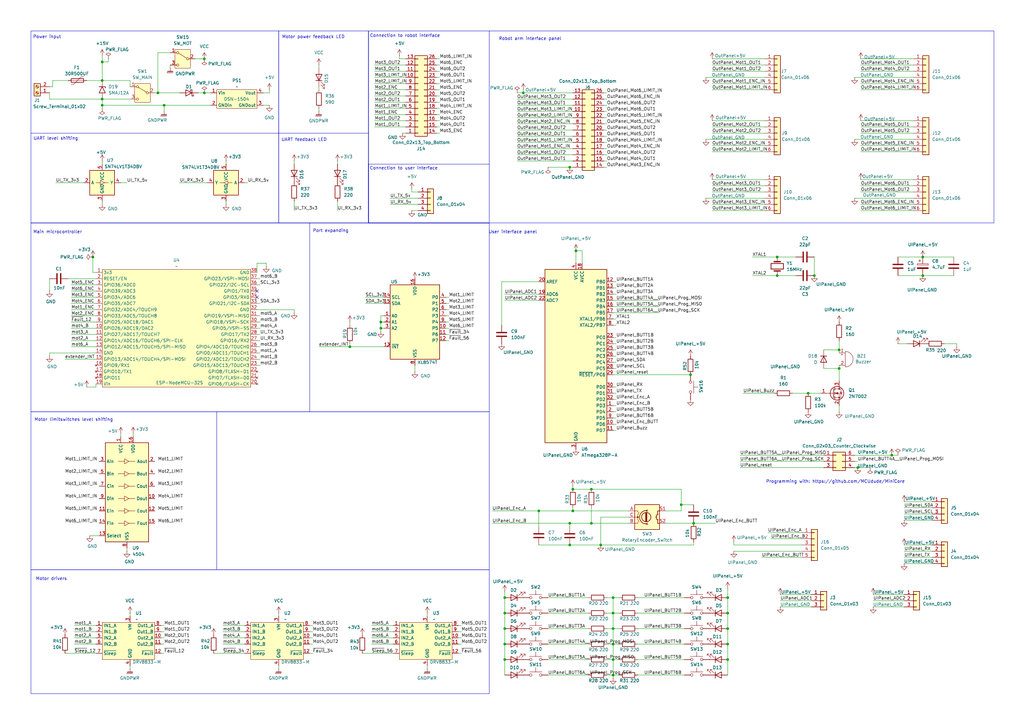
<source format=kicad_sch>
(kicad_sch (version 20231120) (generator "eeschema") (generator_version "8.0")
  (paper "A3")
  (title_block (title "IIT 5dof robot arm control panel (Kalms&Mürb Teach-robot)") (date "2024-02-28") (rev "V0.3") (comment 4 "Author: Izsó András"))
  (junction (at 283.21 153.67))
  (junction (at 207.01 257.81))
  (junction (at 83.82 24.13))
  (junction (at 38.1 105.41))
  (junction (at 298.45 245.11))
  (junction (at 298.45 270.51))
  (junction (at 344.17 143.51))
  (junction (at 251.46 245.11))
  (junction (at 207.01 270.51))
  (junction (at 41.91 43.18))
  (junction (at 233.68 214.63))
  (junction (at 143.51 142.24))
  (junction (at 233.68 223.52))
  (junction (at 156.21 132.08))
  (junction (at 351.79 191.77))
  (junction (at 233.68 68.58))
  (junction (at 298.45 251.46))
  (junction (at 378.46 105.41))
  (junction (at 64.77 38.1))
  (junction (at 234.95 209.55))
  (junction (at 236.22 102.87))
  (junction (at 41.91 33.02))
  (junction (at 207.01 264.16))
  (junction (at 378.46 113.03))
  (junction (at 207.01 251.46))
  (junction (at 251.46 251.46))
  (junction (at 284.48 214.63))
  (junction (at 298.45 264.16))
  (junction (at 318.77 113.03))
  (junction (at 214.63 38.1))
  (junction (at 242.57 200.66))
  (junction (at 279.4 207.01))
  (junction (at 331.47 161.29))
  (junction (at 251.46 264.16))
  (junction (at 298.45 257.81))
  (junction (at 242.57 214.63))
  (junction (at 318.77 105.41))
  (junction (at 41.91 25.4))
  (junction (at 83.82 38.1))
  (junction (at 67.31 43.18))
  (junction (at 41.91 40.64))
  (junction (at 251.46 257.81))
  (junction (at 207.01 245.11))
  (junction (at 344.17 151.13))
  (junction (at 246.38 223.52))
  (junction (at 234.95 200.66))
  (junction (at 251.46 270.51))
  (junction (at 365.76 186.69))
  (junction (at 251.46 276.86))
  (junction (at 156.21 134.62))
  (junction (at 334.01 113.03))
  (junction (at 220.98 209.55))
  (no_connect (at 105.41 119.38))
  (no_connect (at 105.41 121.92))
  (wire (pts (xy 251.46 120.65) (xy 252.73 120.65)))
  (wire (pts (xy 358.14 243.84) (xy 370.84 243.84)))
  (wire (pts (xy 120.65 127) (xy 105.41 127)))
  (wire (pts (xy 20.32 114.3) (xy 20.32 119.38)))
  (wire (pts (xy 318.77 105.41) (xy 326.39 105.41)))
  (wire (pts (xy 304.8 161.29) (xy 317.5 161.29)))
  (wire (pts (xy 212.09 45.72) (xy 234.95 45.72)))
  (wire (pts (xy 105.41 137.16) (xy 106.68 137.16)))
  (wire (pts (xy 26.67 147.32) (xy 39.37 147.32)))
  (wire (pts (xy 92.71 66.04) (xy 92.71 67.31)))
  (wire (pts (xy 370.84 208.28) (xy 382.27 208.28)))
  (wire (pts (xy 247.65 38.1) (xy 248.92 38.1)))
  (polyline (pts (xy 114.3 54.61) (xy 151.13 54.61)))
  (wire (pts (xy 36.83 219.71) (xy 40.64 219.71)))
  (wire (pts (xy 21.59 35.56) (xy 20.32 35.56)))
  (wire (pts (xy 247.65 63.5) (xy 248.92 63.5)))
  (wire (pts (xy 143.51 142.24) (xy 157.48 142.24)))
  (wire (pts (xy 182.88 124.46) (xy 184.15 124.46)))
  (wire (pts (xy 382.27 223.52) (xy 370.84 223.52)))
  (wire (pts (xy 298.45 257.81) (xy 298.45 264.16)))
  (wire (pts (xy 105.41 107.95) (xy 109.22 107.95)))
  (wire (pts (xy 170.18 152.4) (xy 170.18 149.86)))
  (wire (pts (xy 20.32 144.78) (xy 20.32 146.05)))
  (wire (pts (xy 207.01 276.86) (xy 207.01 270.51)))
  (wire (pts (xy 251.46 276.86) (xy 251.46 278.13)))
  (wire (pts (xy 261.62 245.11) (xy 280.67 245.11)))
  (wire (pts (xy 166.37 24.13) (xy 163.83 24.13)))
  (wire (pts (xy 248.92 257.81) (xy 251.46 257.81)))
  (wire (pts (xy 353.06 24.13) (xy 374.65 24.13)))
  (wire (pts (xy 41.91 66.04) (xy 41.91 67.31)))
  (wire (pts (xy 105.41 134.62) (xy 106.68 134.62)))
  (wire (pts (xy 292.1 29.21) (xy 313.69 29.21)))
  (wire (pts (xy 67.31 43.18) (xy 67.31 45.72)))
  (wire (pts (xy 308.61 113.03) (xy 318.77 113.03)))
  (wire (pts (xy 353.06 76.2) (xy 374.65 76.2)))
  (wire (pts (xy 344.17 143.51) (xy 344.17 144.78)))
  (wire (pts (xy 314.96 218.44) (xy 328.93 218.44)))
  (wire (pts (xy 233.68 223.52) (xy 246.38 223.52)))
  (wire (pts (xy 30.48 256.54) (xy 39.37 256.54)))
  (wire (pts (xy 153.67 36.83) (xy 166.37 36.83)))
  (wire (pts (xy 207.01 245.11) (xy 207.01 251.46)))
  (wire (pts (xy 251.46 123.19) (xy 270.51 123.19)))
  (wire (pts (xy 242.57 208.28) (xy 242.57 214.63)))
  (wire (pts (xy 344.17 139.7) (xy 344.17 143.51)))
  (wire (pts (xy 175.26 251.46) (xy 175.26 252.73)))
  (wire (pts (xy 292.1 26.67) (xy 313.69 26.67)))
  (wire (pts (xy 251.46 115.57) (xy 252.73 115.57)))
  (wire (pts (xy 114.3 251.46) (xy 114.3 252.73)))
  (wire (pts (xy 303.53 186.69) (xy 337.82 186.69)))
  (wire (pts (xy 370.84 228.6) (xy 382.27 228.6)))
  (wire (pts (xy 298.45 270.51) (xy 298.45 276.86)))
  (wire (pts (xy 152.4 264.16) (xy 161.29 264.16)))
  (wire (pts (xy 284.48 207.01) (xy 279.4 207.01)))
  (wire (pts (xy 105.41 149.86) (xy 106.68 149.86)))
  (wire (pts (xy 292.1 36.83) (xy 313.69 36.83)))
  (wire (pts (xy 353.06 59.69) (xy 374.65 59.69)))
  (wire (pts (xy 298.45 251.46) (xy 298.45 257.81)))
  (wire (pts (xy 153.67 49.53) (xy 166.37 49.53)))
  (wire (pts (xy 212.09 66.04) (xy 234.95 66.04)))
  (wire (pts (xy 41.91 22.86) (xy 41.91 25.4)))
  (wire (pts (xy 378.46 113.03) (xy 391.16 113.03)))
  (wire (pts (xy 179.07 49.53) (xy 180.34 49.53)))
  (wire (pts (xy 157.48 129.54) (xy 156.21 129.54)))
  (wire (pts (xy 247.65 60.96) (xy 248.92 60.96)))
  (wire (pts (xy 370.84 213.36) (xy 382.27 213.36)))
  (wire (pts (xy 316.23 220.98) (xy 328.93 220.98)))
  (wire (pts (xy 279.4 209.55) (xy 279.4 207.01)))
  (wire (pts (xy 100.33 74.93) (xy 101.6 74.93)))
  (wire (pts (xy 246.38 212.09) (xy 246.38 223.52)))
  (wire (pts (xy 251.46 264.16) (xy 254 264.16)))
  (wire (pts (xy 251.46 138.43) (xy 252.73 138.43)))
  (wire (pts (xy 143.51 132.08) (xy 143.51 133.35)))
  (wire (pts (xy 168.91 78.74) (xy 168.91 77.47)))
  (wire (pts (xy 179.07 41.91) (xy 180.34 41.91)))
  (wire (pts (xy 66.04 261.62) (xy 67.31 261.62)))
  (wire (pts (xy 251.46 128.27) (xy 270.51 128.27)))
  (wire (pts (xy 41.91 33.02) (xy 53.34 33.02)))
  (wire (pts (xy 212.09 55.88) (xy 234.95 55.88)))
  (wire (pts (xy 29.21 121.92) (xy 39.37 121.92)))
  (wire (pts (xy 20.32 144.78) (xy 39.37 144.78)))
  (wire (pts (xy 179.07 31.75) (xy 180.34 31.75)))
  (wire (pts (xy 138.43 66.04) (xy 138.43 67.31)))
  (wire (pts (xy 157.48 132.08) (xy 156.21 132.08)))
  (wire (pts (xy 298.45 241.3) (xy 298.45 245.11)))
  (wire (pts (xy 248.92 264.16) (xy 251.46 264.16)))
  (wire (pts (xy 105.41 142.24) (xy 106.68 142.24)))
  (wire (pts (xy 353.06 26.67) (xy 374.65 26.67)))
  (wire (pts (xy 261.62 257.81) (xy 280.67 257.81)))
  (wire (pts (xy 149.86 124.46) (xy 157.48 124.46)))
  (wire (pts (xy 351.79 191.77) (xy 356.87 191.77)))
  (wire (pts (xy 105.41 107.95) (xy 105.41 111.76)))
  (wire (pts (xy 182.88 137.16) (xy 184.15 137.16)))
  (wire (pts (xy 187.96 256.54) (xy 189.23 256.54)))
  (wire (pts (xy 247.65 48.26) (xy 248.92 48.26)))
  (wire (pts (xy 251.46 158.75) (xy 252.73 158.75)))
  (wire (pts (xy 153.67 29.21) (xy 166.37 29.21)))
  (wire (pts (xy 370.84 210.82) (xy 382.27 210.82)))
  (wire (pts (xy 353.06 34.29) (xy 374.65 34.29)))
  (wire (pts (xy 224.79 245.11) (xy 241.3 245.11)))
  (wire (pts (xy 127 264.16) (xy 128.27 264.16)))
  (wire (pts (xy 130.81 142.24) (xy 143.51 142.24)))
  (polyline (pts (xy 114.3 53.34) (xy 114.3 59.69)))
  (wire (pts (xy 179.07 36.83) (xy 180.34 36.83)))
  (wire (pts (xy 73.66 74.93) (xy 85.09 74.93)))
  (wire (pts (xy 337.82 143.51) (xy 344.17 143.51)))
  (wire (pts (xy 353.06 54.61) (xy 374.65 54.61)))
  (wire (pts (xy 153.67 31.75) (xy 166.37 31.75)))
  (wire (pts (xy 182.88 127) (xy 184.15 127)))
  (wire (pts (xy 292.1 62.23) (xy 313.69 62.23)))
  (wire (pts (xy 251.46 251.46) (xy 254 251.46)))
  (wire (pts (xy 21.59 33.02) (xy 27.94 33.02)))
  (wire (pts (xy 247.65 55.88) (xy 248.92 55.88)))
  (wire (pts (xy 41.91 40.64) (xy 41.91 43.18)))
  (wire (pts (xy 66.04 264.16) (xy 67.31 264.16)))
  (wire (pts (xy 353.06 62.23) (xy 374.65 62.23)))
  (wire (pts (xy 212.09 60.96) (xy 234.95 60.96)))
  (wire (pts (xy 87.63 267.97) (xy 100.33 267.97)))
  (wire (pts (xy 35.56 158.75) (xy 39.37 158.75)))
  (wire (pts (xy 21.59 33.02) (xy 21.59 35.56)))
  (wire (pts (xy 292.1 59.69) (xy 313.69 59.69)))
  (wire (pts (xy 350.52 57.15) (xy 374.65 57.15)))
  (wire (pts (xy 44.45 24.13) (xy 44.45 25.4)))
  (wire (pts (xy 234.95 208.28) (xy 234.95 209.55)))
  (wire (pts (xy 233.68 68.58) (xy 234.95 68.58)))
  (wire (pts (xy 53.34 251.46) (xy 53.34 252.73)))
  (wire (pts (xy 63.5 38.1) (xy 64.77 38.1)))
  (wire (pts (xy 49.53 177.8) (xy 49.53 179.07)))
  (wire (pts (xy 53.34 40.64) (xy 41.91 40.64)))
  (wire (pts (xy 334.01 105.41) (xy 334.01 113.03)))
  (wire (pts (xy 66.04 256.54) (xy 67.31 256.54)))
  (wire (pts (xy 350.52 191.77) (xy 351.79 191.77)))
  (wire (pts (xy 212.09 53.34) (xy 234.95 53.34)))
  (wire (pts (xy 148.59 267.97) (xy 161.29 267.97)))
  (wire (pts (xy 110.49 38.1) (xy 110.49 36.83)))
  (wire (pts (xy 153.67 41.91) (xy 166.37 41.91)))
  (wire (pts (xy 38.1 105.41) (xy 38.1 111.76)))
  (wire (pts (xy 187.96 267.97) (xy 189.23 267.97)))
  (wire (pts (xy 105.41 116.84) (xy 106.68 116.84)))
  (wire (pts (xy 179.07 26.67) (xy 180.34 26.67)))
  (wire (pts (xy 91.44 264.16) (xy 100.33 264.16)))
  (wire (pts (xy 153.67 52.07) (xy 166.37 52.07)))
  (wire (pts (xy 160.02 83.82) (xy 171.45 83.82)))
  (wire (pts (xy 392.43 140.97) (xy 387.35 140.97)))
  (wire (pts (xy 251.46 176.53) (xy 252.73 176.53)))
  (wire (pts (xy 212.09 50.8) (xy 234.95 50.8)))
  (wire (pts (xy 53.34 33.02) (xy 53.34 35.56)))
  (wire (pts (xy 251.46 245.11) (xy 254 245.11)))
  (wire (pts (xy 248.92 276.86) (xy 251.46 276.86)))
  (wire (pts (xy 41.91 43.18) (xy 41.91 44.45)))
  (wire (pts (xy 224.79 251.46) (xy 241.3 251.46)))
  (wire (pts (xy 234.95 38.1) (xy 214.63 38.1)))
  (wire (pts (xy 382.27 205.74) (xy 370.84 205.74)))
  (wire (pts (xy 153.67 44.45) (xy 166.37 44.45)))
  (wire (pts (xy 279.4 209.55) (xy 273.05 209.55)))
  (wire (pts (xy 212.09 63.5) (xy 234.95 63.5)))
  (wire (pts (xy 29.21 134.62) (xy 39.37 134.62)))
  (wire (pts (xy 20.32 38.1) (xy 20.32 40.64)))
  (wire (pts (xy 331.47 161.29) (xy 336.55 161.29)))
  (wire (pts (xy 224.79 264.16) (xy 241.3 264.16)))
  (wire (pts (xy 92.71 82.55) (xy 92.71 83.82)))
  (wire (pts (xy 261.62 251.46) (xy 280.67 251.46)))
  (wire (pts (xy 251.46 161.29) (xy 252.73 161.29)))
  (wire (pts (xy 251.46 146.05) (xy 252.73 146.05)))
  (wire (pts (xy 91.44 261.62) (xy 100.33 261.62)))
  (wire (pts (xy 246.38 223.52) (xy 284.48 223.52)))
  (wire (pts (xy 236.22 102.87) (xy 236.22 107.95)))
  (wire (pts (xy 350.52 31.75) (xy 374.65 31.75)))
  (wire (pts (xy 292.1 24.13) (xy 313.69 24.13)))
  (wire (pts (xy 292.1 49.53) (xy 313.69 49.53)))
  (wire (pts (xy 156.21 129.54) (xy 156.21 132.08)))
  (wire (pts (xy 127 256.54) (xy 128.27 256.54)))
  (wire (pts (xy 64.77 38.1) (xy 73.66 38.1)))
  (wire (pts (xy 107.95 43.18) (xy 110.49 43.18)))
  (wire (pts (xy 247.65 66.04) (xy 248.92 66.04)))
  (wire (pts (xy 303.53 189.23) (xy 337.82 189.23)))
  (polyline (pts (xy 127 91.44) (xy 127 168.91)))
  (wire (pts (xy 234.95 200.66) (xy 242.57 200.66)))
  (wire (pts (xy 182.88 129.54) (xy 184.15 129.54)))
  (wire (pts (xy 224.79 68.58) (xy 233.68 68.58)))
  (wire (pts (xy 182.88 134.62) (xy 184.15 134.62)))
  (wire (pts (xy 179.07 44.45) (xy 180.34 44.45)))
  (wire (pts (xy 179.07 29.21) (xy 180.34 29.21)))
  (wire (pts (xy 344.17 166.37) (xy 344.17 168.91)))
  (wire (pts (xy 152.4 256.54) (xy 161.29 256.54)))
  (wire (pts (xy 179.07 24.13) (xy 180.34 24.13)))
  (wire (pts (xy 251.46 163.83) (xy 252.73 163.83)))
  (wire (pts (xy 289.56 81.28) (xy 313.69 81.28)))
  (wire (pts (xy 67.31 43.18) (xy 86.36 43.18)))
  (wire (pts (xy 30.48 261.62) (xy 39.37 261.62)))
  (wire (pts (xy 292.1 76.2) (xy 313.69 76.2)))
  (wire (pts (xy 303.53 191.77) (xy 337.82 191.77)))
  (wire (pts (xy 109.22 107.95) (xy 109.22 109.22)))
  (wire (pts (xy 251.46 153.67) (xy 283.21 153.67)))
  (wire (pts (xy 344.17 149.86) (xy 344.17 151.13)))
  (wire (pts (xy 127 267.97) (xy 128.27 267.97)))
  (wire (pts (xy 251.46 173.99) (xy 252.73 173.99)))
  (wire (pts (xy 328.93 223.52) (xy 300.99 223.52)))
  (wire (pts (xy 153.67 46.99) (xy 166.37 46.99)))
  (wire (pts (xy 220.98 209.55) (xy 234.95 209.55)))
  (wire (pts (xy 251.46 257.81) (xy 251.46 264.16)))
  (wire (pts (xy 273.05 214.63) (xy 284.48 214.63)))
  (wire (pts (xy 293.37 214.63) (xy 284.48 214.63)))
  (wire (pts (xy 251.46 171.45) (xy 252.73 171.45)))
  (polyline (pts (xy 200.66 12.7) (xy 200.66 67.31)))
  (wire (pts (xy 368.3 113.03) (xy 378.46 113.03)))
  (wire (pts (xy 205.74 115.57) (xy 220.98 115.57)))
  (wire (pts (xy 312.42 228.6) (xy 328.93 228.6)))
  (wire (pts (xy 153.67 34.29) (xy 166.37 34.29)))
  (wire (pts (xy 91.44 256.54) (xy 100.33 256.54)))
  (wire (pts (xy 246.38 212.09) (xy 257.81 212.09)))
  (wire (pts (xy 153.67 39.37) (xy 166.37 39.37)))
  (wire (pts (xy 365.76 186.69) (xy 368.3 186.69)))
  (wire (pts (xy 149.86 121.92) (xy 157.48 121.92)))
  (wire (pts (xy 179.07 54.61) (xy 180.34 54.61)))
  (wire (pts (xy 292.1 52.07) (xy 313.69 52.07)))
  (wire (pts (xy 320.04 246.38) (xy 332.74 246.38)))
  (wire (pts (xy 153.67 26.67) (xy 166.37 26.67)))
  (wire (pts (xy 320.04 248.92) (xy 332.74 248.92)))
  (wire (pts (xy 368.3 105.41) (xy 378.46 105.41)))
  (wire (pts (xy 300.99 226.06) (xy 328.93 226.06)))
  (wire (pts (xy 152.4 259.08) (xy 161.29 259.08)))
  (wire (pts (xy 201.93 209.55) (xy 220.98 209.55)))
  (wire (pts (xy 337.82 151.13) (xy 344.17 151.13)))
  (wire (pts (xy 353.06 78.74) (xy 374.65 78.74)))
  (wire (pts (xy 152.4 261.62) (xy 161.29 261.62)))
  (wire (pts (xy 292.1 54.61) (xy 313.69 54.61)))
  (wire (pts (xy 251.46 166.37) (xy 252.73 166.37)))
  (wire (pts (xy 214.63 38.1) (xy 214.63 36.83)))
  (wire (pts (xy 39.37 158.75) (xy 39.37 157.48)))
  (wire (pts (xy 44.45 25.4) (xy 41.91 25.4)))
  (wire (pts (xy 368.3 140.97) (xy 372.11 140.97)))
  (wire (pts (xy 292.1 34.29) (xy 313.69 34.29)))
  (wire (pts (xy 120.65 66.04) (xy 120.65 67.31)))
  (wire (pts (xy 205.74 133.35) (xy 205.74 115.57)))
  (wire (pts (xy 350.52 186.69) (xy 365.76 186.69)))
  (wire (pts (xy 52.07 224.79) (xy 52.07 226.06)))
  (wire (pts (xy 29.21 124.46) (xy 39.37 124.46)))
  (wire (pts (xy 143.51 140.97) (xy 143.51 142.24)))
  (wire (pts (xy 41.91 82.55) (xy 41.91 83.82)))
  (wire (pts (xy 30.48 264.16) (xy 39.37 264.16)))
  (wire (pts (xy 251.46 270.51) (xy 251.46 276.86)))
  (wire (pts (xy 251.46 130.81) (xy 252.73 130.81)))
  (wire (pts (xy 251.46 143.51) (xy 252.73 143.51)))
  (wire (pts (xy 168.91 86.36) (xy 171.45 86.36)))
  (wire (pts (xy 350.52 81.28) (xy 374.65 81.28)))
  (wire (pts (xy 247.65 53.34) (xy 248.92 53.34)))
  (wire (pts (xy 20.32 40.64) (xy 41.91 40.64)))
  (wire (pts (xy 29.21 119.38) (xy 39.37 119.38)))
  (wire (pts (xy 157.48 134.62) (xy 156.21 134.62)))
  (wire (pts (xy 156.21 132.08) (xy 156.21 134.62)))
  (wire (pts (xy 261.62 270.51) (xy 280.67 270.51)))
  (wire (pts (xy 234.95 199.39) (xy 234.95 200.66)))
  (wire (pts (xy 127 261.62) (xy 128.27 261.62)))
  (wire (pts (xy 248.92 251.46) (xy 251.46 251.46)))
  (wire (pts (xy 120.65 128.27) (xy 120.65 127)))
  (wire (pts (xy 54.61 177.8) (xy 54.61 179.07)))
  (wire (pts (xy 353.06 36.83) (xy 374.65 36.83)))
  (wire (pts (xy 233.68 215.9) (xy 233.68 214.63)))
  (wire (pts (xy 53.34 273.05) (xy 53.34 274.32)))
  (wire (pts (xy 353.06 73.66) (xy 374.65 73.66)))
  (wire (pts (xy 29.21 132.08) (xy 39.37 132.08)))
  (wire (pts (xy 29.21 142.24) (xy 39.37 142.24)))
  (wire (pts (xy 300.99 223.52) (xy 300.99 222.25)))
  (wire (pts (xy 105.41 132.08) (xy 106.68 132.08)))
  (wire (pts (xy 67.31 43.18) (xy 41.91 43.18)))
  (wire (pts (xy 66.04 259.08) (xy 67.31 259.08)))
  (wire (pts (xy 91.44 259.08) (xy 100.33 259.08)))
  (wire (pts (xy 325.12 161.29) (xy 331.47 161.29)))
  (wire (pts (xy 22.86 74.93) (xy 34.29 74.93)))
  (wire (pts (xy 247.65 58.42) (xy 248.92 58.42)))
  (wire (pts (xy 212.09 40.64) (xy 234.95 40.64)))
  (wire (pts (xy 182.88 139.7) (xy 184.15 139.7)))
  (wire (pts (xy 207.01 123.19) (xy 220.98 123.19)))
  (wire (pts (xy 220.98 215.9) (xy 220.98 209.55)))
  (wire (pts (xy 370.84 231.14) (xy 382.27 231.14)))
  (wire (pts (xy 251.46 245.11) (xy 251.46 251.46)))
  (wire (pts (xy 247.65 50.8) (xy 248.92 50.8)))
  (wire (pts (xy 358.14 246.38) (xy 370.84 246.38)))
  (wire (pts (xy 242.57 200.66) (xy 279.4 200.66)))
  (wire (pts (xy 289.56 57.15) (xy 313.69 57.15)))
  (wire (pts (xy 220.98 223.52) (xy 233.68 223.52)))
  (wire (pts (xy 247.65 68.58) (xy 248.92 68.58)))
  (wire (pts (xy 41.91 25.4) (xy 41.91 33.02)))
  (wire (pts (xy 66.04 267.97) (xy 67.31 267.97)))
  (wire (pts (xy 298.45 245.11) (xy 298.45 251.46)))
  (wire (pts (xy 212.09 43.18) (xy 234.95 43.18)))
  (wire (pts (xy 353.06 49.53) (xy 374.65 49.53)))
  (wire (pts (xy 289.56 31.75) (xy 313.69 31.75)))
  (polyline (pts (xy 12.7 54.61) (xy 114.3 54.61)))
  (wire (pts (xy 292.1 73.66) (xy 313.69 73.66)))
  (wire (pts (xy 248.92 245.11) (xy 251.46 245.11)))
  (wire (pts (xy 29.21 116.84) (xy 39.37 116.84)))
  (wire (pts (xy 30.48 259.08) (xy 39.37 259.08)))
  (wire (pts (xy 179.07 34.29) (xy 180.34 34.29)))
  (wire (pts (xy 351.79 189.23) (xy 350.52 189.23)))
  (wire (pts (xy 247.65 40.64) (xy 248.92 40.64)))
  (wire (pts (xy 27.94 114.3) (xy 39.37 114.3)))
  (wire (pts (xy 182.88 121.92) (xy 184.15 121.92)))
  (wire (pts (xy 251.46 118.11) (xy 252.73 118.11)))
  (wire (pts (xy 353.06 86.36) (xy 374.65 86.36)))
  (wire (pts (xy 212.09 48.26) (xy 234.95 48.26)))
  (wire (pts (xy 251.46 270.51) (xy 254 270.51)))
  (wire (pts (xy 80.01 24.13) (xy 83.82 24.13)))
  (wire (pts (xy 29.21 139.7) (xy 39.37 139.7)))
  (wire (pts (xy 69.85 21.59) (xy 64.77 21.59)))
  (wire (pts (xy 187.96 259.08) (xy 189.23 259.08)))
  (wire (pts (xy 49.53 74.93) (xy 52.07 74.93)))
  (wire (pts (xy 207.01 251.46) (xy 207.01 257.81)))
  (wire (pts (xy 130.81 35.56) (xy 130.81 36.83)))
  (wire (pts (xy 120.65 82.55) (xy 120.65 86.36)))
  (wire (pts (xy 207.01 120.65) (xy 220.98 120.65)))
  (wire (pts (xy 130.81 44.45) (xy 130.81 45.72)))
  (wire (pts (xy 83.82 38.1) (xy 86.36 38.1)))
  (wire (pts (xy 251.46 140.97) (xy 252.73 140.97)))
  (wire (pts (xy 234.95 209.55) (xy 257.81 209.55)))
  (wire (pts (xy 35.56 33.02) (xy 41.91 33.02)))
  (wire (pts (xy 392.43 142.24) (xy 392.43 140.97)))
  (wire (pts (xy 251.46 125.73) (xy 270.51 125.73)))
  (wire (pts (xy 165.1 54.61) (xy 166.37 54.61)))
  (wire (pts (xy 39.37 111.76) (xy 38.1 111.76)))
  (wire (pts (xy 261.62 276.86) (xy 280.67 276.86)))
  (wire (pts (xy 279.4 207.01) (xy 279.4 200.66)))
  (wire (pts (xy 298.45 264.16) (xy 298.45 270.51)))
  (wire (pts (xy 207.01 264.16) (xy 207.01 257.81)))
  (wire (pts (xy 238.76 107.95) (xy 238.76 102.87)))
  (wire (pts (xy 251.46 151.13) (xy 252.73 151.13)))
  (wire (pts (xy 238.76 102.87) (xy 236.22 102.87)))
  (wire (pts (xy 284.48 222.25) (xy 284.48 223.52)))
  (wire (pts (xy 320.04 243.84) (xy 332.74 243.84)))
  (wire (pts (xy 344.17 151.13) (xy 344.17 156.21)))
  (wire (pts (xy 207.01 270.51) (xy 207.01 264.16)))
  (wire (pts (xy 26.67 267.97) (xy 39.37 267.97)))
  (wire (pts (xy 212.09 58.42) (xy 234.95 58.42)))
  (wire (pts (xy 130.81 26.67) (xy 130.81 27.94)))
  (wire (pts (xy 248.92 270.51) (xy 251.46 270.51)))
  (wire (pts (xy 187.96 264.16) (xy 189.23 264.16)))
  (wire (pts (xy 247.65 43.18) (xy 248.92 43.18)))
  (wire (pts (xy 224.79 257.81) (xy 241.3 257.81)))
  (wire (pts (xy 242.57 214.63) (xy 257.81 214.63)))
  (wire (pts (xy 29.21 137.16) (xy 39.37 137.16)))
  (wire (pts (xy 251.46 148.59) (xy 252.73 148.59)))
  (wire (pts (xy 105.41 114.3) (xy 106.68 114.3)))
  (wire (pts (xy 292.1 86.36) (xy 313.69 86.36)))
  (wire (pts (xy 251.46 133.35) (xy 252.73 133.35)))
  (wire (pts (xy 160.02 81.28) (xy 171.45 81.28)))
  (wire (pts (xy 81.28 38.1) (xy 83.82 38.1)))
  (wire (pts (xy 69.85 26.67) (xy 69.85 27.94)))
  (wire (pts (xy 138.43 82.55) (xy 138.43 86.36)))
  (wire (pts (xy 292.1 78.74) (xy 313.69 78.74)))
  (wire (pts (xy 107.95 38.1) (xy 110.49 38.1)))
  (wire (pts (xy 179.07 39.37) (xy 180.34 39.37)))
  (wire (pts (xy 201.93 214.63) (xy 233.68 214.63)))
  (wire (pts (xy 105.41 147.32) (xy 106.68 147.32)))
  (wire (pts (xy 251.46 276.86) (xy 254 276.86)))
  (wire (pts (xy 251.46 257.81) (xy 254 257.81)))
  (wire (pts (xy 179.07 52.07) (xy 180.34 52.07)))
  (wire (pts (xy 318.77 113.03) (xy 326.39 113.03)))
  (wire (pts (xy 105.41 129.54) (xy 106.68 129.54)))
  (wire (pts (xy 105.41 144.78) (xy 106.68 144.78)))
  (wire (pts (xy 224.79 270.51) (xy 241.3 270.51)))
  (wire (pts (xy 370.84 226.06) (xy 382.27 226.06)))
  (wire (pts (xy 353.06 29.21) (xy 374.65 29.21)))
  (wire (pts (xy 233.68 214.63) (xy 242.57 214.63)))
  (wire (pts (xy 175.26 273.05) (xy 175.26 274.32)))
  (wire (pts (xy 179.07 46.99) (xy 180.34 46.99)))
  (wire (pts (xy 171.45 78.74) (xy 168.91 78.74)))
  (wire (pts (xy 353.06 83.82) (xy 374.65 83.82)))
  (wire (pts (xy 308.61 105.41) (xy 318.77 105.41)))
  (wire (pts (xy 187.96 261.62) (xy 189.23 261.62)))
  (wire (pts (xy 105.41 139.7) (xy 106.68 139.7)))
  (wire (pts (xy 378.46 105.41) (xy 391.16 105.41)))
  (wire (pts (xy 251.46 251.46) (xy 251.46 257.81)))
  (wire (pts (xy 212.09 38.1) (xy 214.63 38.1)))
  (wire (pts (xy 292.1 83.82) (xy 313.69 83.82)))
  (wire (pts (xy 156.21 134.62) (xy 156.21 135.89)))
  (wire (pts (xy 105.41 124.46) (xy 106.68 124.46)))
  (wire (pts (xy 127 259.08) (xy 128.27 259.08)))
  (wire (pts (xy 247.65 45.72) (xy 248.92 45.72)))
  (wire (pts (xy 64.77 21.59) (xy 64.77 38.1)))
  (wire (pts (xy 163.83 24.13) (xy 163.83 22.86)))
  (wire (pts (xy 29.21 127) (xy 39.37 127)))
  (wire (pts (xy 353.06 52.07) (xy 374.65 52.07)))
  (wire (pts (xy 114.3 273.05) (xy 114.3 274.32)))
  (wire (pts (xy 207.01 242.57) (xy 207.01 245.11)))
  (wire (pts (xy 251.46 168.91) (xy 252.73 168.91)))
  (wire (pts (xy 358.14 248.92) (xy 370.84 248.92)))
  (wire (pts (xy 261.62 264.16) (xy 280.67 264.16)))
  (wire (pts (xy 224.79 276.86) (xy 241.3 276.86)))
  (wire (pts (xy 29.21 129.54) (xy 39.37 129.54)))
  (wire (pts (xy 251.46 264.16) (xy 251.46 270.51)))
  (wire (pts (xy 182.88 132.08) (xy 184.15 132.08)))
  (polyline (pts (xy 88.9 168.91) (xy 88.9 233.68)))
  (rectangle (start 12.7 91.44) (end 200.66 168.91))
  (rectangle (start 114.3 12.7) (end 151.13 91.44))
  (rectangle (start 151.13 67.31) (end 200.66 91.44))
  (rectangle (start 12.7 168.91) (end 200.66 233.68))
  (rectangle (start 12.7 233.68) (end 200.66 284.48))
  (rectangle (start 151.13 12.7) (end 407.67 91.44))
  (rectangle (start 12.7 12.7) (end 114.3 91.44))
  (text "Power input" (at 19.304 15.24 0) (effects (font (size 1.27 1.27))))
  (text "Port expanding" (at 135.636 94.742 0) (effects (font (size 1.27 1.27))))
  (text "UART feedback LED" (at 124.714 57.404 0) (effects (font (size 1.27 1.27))))
  (text "Robot arm interface panel" (at 217.424 16.002 0) (effects (font (size 1.27 1.27))))
  (text "Connection to user interface" (at 165.608 69.088 0) (effects (font (size 1.27 1.27))))
  (text "Programming with: https://github.com/MCUdude/MiniCore" (at 342.646 197.612 0) (effects (font (size 1.27 1.27))))
  (text "UART level shifting" (at 22.86 56.896 0) (effects (font (size 1.27 1.27))))
  (text "Motor drivers" (at 21.082 237.49 0) (effects (font (size 1.27 1.27))))
  (text "Motor power feedback LED" (at 128.524 15.24 0) (effects (font (size 1.27 1.27))))
  (text "Connection to robot interface" (at 166.116 14.732 0) (effects (font (size 1.27 1.27))))
  (text "User interface panel" (at 210.312 95.25 0) (effects (font (size 1.27 1.27))))
  (text "Main microcontroller" (at 23.622 95.25 0) (effects (font (size 1.27 1.27))))
  (text "Motor limitswitches level shifting" (at 30.226 172.212 0) (effects (font (size 1.27 1.27))))
  (label "OutPanel_Mot4_ENC_IN" (at 353.06 34.29 0))
  (label "OutPanel_Mot2_ENC_IN" (at 292.1 59.69 0))
  (label "mot4_B" (at 29.21 134.62 0))
  (label "OutPanel_Mot2_LIMIT_IN" (at 292.1 62.23 0))
  (label "mot5_A" (at 106.68 129.54 0))
  (label "OutPanel_Mot4_LIMIT_IN" (at 248.92 58.42 0))
  (label "UIPanel_BUTT2B" (at 252.73 140.97 0))
  (label "UIPanel_Enc_A" (at 201.93 209.55 0))
  (label "UI_RX_3v3" (at 73.66 74.93 0))
  (label "extender_INT" (at 130.81 142.24 0))
  (label "UIPanel_BUTT4B" (at 252.73 146.05 0))
  (label "OutPanel_Mot4_OUT1" (at 248.92 66.04 0))
  (label "OutPanel_Mot1_ENC_IN" (at 292.1 34.29 0))
  (label "XTAL2" (at 308.61 113.03 0))
  (label "Mot3_OUT2" (at 128.27 259.08 0))
  (label "UI_RX_5v" (at 101.6 74.93 0))
  (label "OutPanel_Mot1_ENC_IN" (at 212.09 60.96 0))
  (label "Mot5_ENC" (at 180.34 36.83 0))
  (label "SCL_3v3" (at 106.68 116.84 0))
  (label "UIPanel_SCL" (at 370.84 210.82 0))
  (label "Mot5_ENC" (at 29.21 116.84 0))
  (label "UIPanel_BUTT1B" (at 252.73 138.43 0))
  (label "Mot5_OUT1" (at 189.23 256.54 0))
  (label "UIPanel_BUTT6B" (at 252.73 171.45 0))
  (label "OutPanel_Mot2_OUT1" (at 292.1 52.07 0))
  (label "UIPanel_BUTT1B" (at 264.16 245.11 0))
  (label "UI_RX_5v" (at 160.02 83.82 0))
  (label "Mot4_OUT2" (at 128.27 264.16 0))
  (label "mot3_B" (at 91.44 259.08 0))
  (label "UIPanel_BUTT5B" (at 264.16 270.51 0))
  (label "UIPanel_SDA" (at 252.73 148.59 0))
  (label "Mot6_LIMIT" (at 64.77 214.63 0))
  (label "OutPanel_Mot5_OUT1" (at 248.92 55.88 0))
  (label "UI_TX_3v3" (at 120.65 86.36 0))
  (label "Mot5_OUT1" (at 180.34 41.91 0))
  (label "Mot4_ENC" (at 29.21 124.46 0))
  (label "mot5_B" (at 152.4 259.08 0))
  (label "UI_TX_5v" (at 160.02 81.28 0))
  (label "Mot4_LIMIT_IN" (at 180.34 44.45 0))
  (label "mot1_A" (at 30.48 256.54 0))
  (label "SDA_3v3" (at 106.68 124.46 0))
  (label "OutPanel_Mot3_OUT1" (at 212.09 43.18 0))
  (label "UIPanel_BUTT4A__UIPanel_Prog_MOSI" (at 252.73 123.19 0))
  (label "UIPanel_BUTT2A" (at 252.73 118.11 0))
  (label "~{Fault}_12" (at 29.21 132.08 0))
  (label "OutPanel_Mot1_OUT2" (at 212.09 63.5 0))
  (label "Mot3_OUT2" (at 153.67 26.67 0))
  (label "Mot3_LIMIT_IN" (at 153.67 31.75 0))
  (label "extender_INT" (at 26.67 147.32 0))
  (label "UIPanel_BUTT2B" (at 264.16 251.46 0))
  (label "UIPanel_Enc_B" (at 316.23 220.98 0))
  (label "Mot2_OUT1" (at 153.67 41.91 0))
  (label "mot2_B" (at 106.68 149.86 0))
  (label "UIPanel_Enc_B" (at 252.73 166.37 0))
  (label "mot1_B" (at 30.48 259.08 0))
  (label "OutPanel_Mot2_OUT1" (at 212.09 55.88 0))
  (label "Mot4_OUT1" (at 180.34 52.07 0))
  (label "OutPanel_Mot4_OUT1" (at 353.06 26.67 0))
  (label "UIPanel_BUTT5A__UIPanel_Prog_MISO" (at 224.79 270.51 0))
  (label "SCL_3v3" (at 149.86 121.92 0))
  (label "~{Fault}_34" (at 184.15 137.16 0))
  (label "~{Sleep}_56" (at 152.4 267.97 0))
  (label "OutPanel_Mot2_OUT2" (at 292.1 54.61 0))
  (label "OutPanel_Mot3_LIMIT_IN" (at 292.1 86.36 0))
  (label "Mot6_ENC" (at 29.21 119.38 0))
  (label "OutPanel_Mot6_LIMIT_IN" (at 353.06 86.36 0))
  (label "UIPanel_ADC1" (at 320.04 246.38 0))
  (label "UIPanel_TX" (at 370.84 228.6 0))
  (label "UIPanel_SDA" (at 370.84 208.28 0))
  (label "Mot5_OUT2" (at 189.23 259.08 0))
  (label "OutPanel_Mot5_ENC_IN" (at 353.06 59.69 0))
  (label "UIPanel_Enc_A" (at 314.96 218.44 0))
  (label "OutPanel_Mot3_ENC_IN" (at 248.92 68.58 0))
  (label "OutPanel_Mot1_LIMIT_IN" (at 292.1 36.83 0))
  (label "UIPanel_ADC2" (at 358.14 246.38 0))
  (label "Mot6_LIMIT_IN" (at 180.34 24.13 0))
  (label "Mot6_ENC" (at 180.34 26.67 0))
  (label "OutPanel_Mot1_OUT1" (at 292.1 26.67 0))
  (label "SDA_3v3" (at 149.86 124.46 0))
  (label "Mot6_LIMIT" (at 184.15 134.62 0))
  (label "OutPanel_Mot2_LIMIT_IN" (at 212.09 48.26 0))
  (label "UIPanel_Buzz" (at 304.8 161.29 0))
  (label "OutPanel_Mot6_OUT2" (at 353.06 78.74 0))
  (label "mot1_A" (at 106.68 144.78 0))
  (label "OutPanel_Mot6_OUT1" (at 353.06 76.2 0))
  (label "Mot3_LIMIT" (at 184.15 127 0))
  (label "UIPanel_BUTT3B" (at 252.73 143.51 0))
  (label "UIPanel_TX" (at 252.73 161.29 0))
  (label "UIPanel_BUTT3B" (at 264.16 257.81 0))
  (label "~{Sleep}_34" (at 91.44 267.97 0))
  (label "UIPanel_BUTT1A" (at 224.79 245.11 0))
  (label "mot6_A" (at 152.4 261.62 0))
  (label "OutPanel_Mot5_OUT2" (at 248.92 53.34 0))
  (label "UIPanel_BUTT6B" (at 264.16 276.86 0))
  (label "XTAL1" (at 252.73 130.81 0))
  (label "UIPanel_BUTT3A" (at 224.79 257.81 0))
  (label "Mot5_LIMIT_IN" (at 26.67 209.55 0))
  (label "~{Fault}_12" (at 67.31 267.97 0))
  (label "mot1_B" (at 106.68 147.32 0))
  (label "Mot1_ENC" (at 153.67 46.99 0))
  (label "mot2_A" (at 29.21 139.7 0))
  (label "UIPanel_Enc_A" (at 252.73 163.83 0))
  (label "mot6_A" (at 29.21 142.24 0))
  (label "OutPanel_Mot5_OUT2" (at 353.06 54.61 0))
  (label "UIPanel_BUTT4B" (at 264.16 264.16 0))
  (label "Mot3_OUT1" (at 153.67 29.21 0))
  (label "OutPanel_Mot6_ENC_IN" (at 353.06 83.82 0))
  (label "UIPanel_BUTT6A__UIPanel_Prog_SCK" (at 252.73 128.27 0))
  (label "Mot2_LIMIT_IN" (at 153.67 34.29 0))
  (label "OutPanel_Mot1_OUT1" (at 212.09 66.04 0))
  (label "Mot6_OUT2" (at 189.23 264.16 0))
  (label "Mot1_LIMIT" (at 64.77 189.23 0))
  (label "~{Sleep}_12" (at 30.48 267.97 0))
  (label "UIPanel_BUTT1A" (at 252.73 115.57 0))
  (label "OutPanel_Mot1_LIMIT_IN" (at 212.09 58.42 0))
  (label "Mot3_ENC" (at 29.21 121.92 0))
  (label "mot2_B" (at 30.48 264.16 0))
  (label "UIPanel_BUTT5A__UIPanel_Prog_MISO" (at 252.73 125.73 0))
  (label "OutPanel_Mot3_OUT2" (at 212.09 40.64 0))
  (label "Mot3_LIMIT_IN" (at 26.67 199.39 0))
  (label "UI_TX_3v3" (at 106.68 137.16 0))
  (label "Mot4_LIMIT" (at 64.77 204.47 0))
  (label "~{Fault}_56" (at 189.23 267.97 0))
  (label "UIPanel_SCL" (at 252.73 151.13 0))
  (label "mot4_B" (at 91.44 264.16 0))
  (label "Mot4_OUT1" (at 128.27 261.62 0))
  (label "UIPanel_Enc_BUTT" (at 252.73 173.99 0))
  (label "XTAL2" (at 252.73 133.35 0))
  (label "UI_TX_5v" (at 52.07 74.93 0))
  (label "UIPanel_BUTT5A__UIPanel_Prog_MISO" (at 303.53 186.69 0))
  (label "UIPanel_BUTT2A" (at 224.79 251.46 0))
  (label "Mot3_OUT1" (at 128.27 256.54 0))
  (label "UIPanel_Buzz" (at 252.73 176.53 0))
  (label "Mot3_ENC" (at 180.34 54.61 0))
  (label "UIPanel_Enc_BUTT" (at 293.37 214.63 0))
  (label "Mot2_OUT2" (at 67.31 264.16 0))
  (label "Mot3_LIMIT" (at 64.77 199.39 0))
  (label "Mot1_LIMIT" (at 184.15 121.92 0))
  (label "~{Fault}_34" (at 128.27 267.97 0))
  (label "Mot1_OUT2" (at 153.67 49.53 0))
  (label "UIPanel_ADC2" (at 207.01 123.19 0))
  (label "OutPanel_Mot3_ENC_IN" (at 292.1 83.82 0))
  (label "OutPanel_Mot5_OUT1" (at 353.06 52.07 0))
  (label "OutPanel_Mot4_OUT2" (at 353.06 29.21 0))
  (label "mot3_B" (at 106.68 142.24 0))
  (label "Mot2_OUT2" (at 153.67 39.37 0))
  (label "Mot1_LIMIT_IN" (at 153.67 44.45 0))
  (label "OutPanel_Mot5_ENC_IN" (at 248.92 50.8 0))
  (label "Mot1_OUT1" (at 67.31 256.54 0))
  (label "OutPanel_Mot5_LIMIT_IN" (at 248.92 48.26 0))
  (label "Mot4_LIMIT_IN" (at 26.67 204.47 0))
  (label "UIPanel_BUTT3A" (at 252.73 120.65 0))
  (label "Mot6_OUT2" (at 180.34 29.21 0))
  (label "mot3_A" (at 29.21 137.16 0))
  (label "Mot1_ENC" (at 29.21 127 0))
  (label "UIPanel_BUTT4A__UIPanel_Prog_MOSI" (at 351.79 189.23 0))
  (label "OutPanel_Mot3_LIMIT_IN" (at 212.09 45.72 0))
  (label "Mot5_LIMIT_IN" (at 180.34 34.29 0))
  (label "mot6_B" (at 106.68 114.3 0))
  (label "OutPanel_Mot6_OUT2" (at 248.92 43.18 0))
  (label "Mot6_OUT1" (at 180.34 31.75 0))
  (label "Mot4_ENC" (at 180.34 46.99 0))
  (label "Mot5_OUT2" (at 180.34 39.37 0))
  (label "mot5_A" (at 152.4 256.54 0))
  (label "mot5_B" (at 106.68 132.08 0))
  (label "UIPanel_reset" (at 252.73 153.67 0))
  (label "Mot2_LIMIT" (at 64.77 194.31 0))
  (label "XTAL1" (at 308.61 105.41 0))
  (label "Mot5_LIMIT" (at 64.77 209.55 0))
  (label "OutPanel_Mot2_OUT2" (at 212.09 53.34 0))
  (label "UIPanel_BUTT6A__UIPanel_Prog_SCK" (at 224.79 276.86 0))
  (label "mot6_B" (at 152.4 264.16 0))
  (label "OutPanel_Mot6_ENC_IN" (at 248.92 40.64 0))
  (label "UIPanel_ADC1" (at 207.01 120.65 0))
  (label "UIPanel_RX" (at 252.73 158.75 0))
  (label "Mot2_LIMIT" (at 184.15 124.46 0))
  (label "UI_RX_3v3" (at 106.68 139.7 0))
  (label "mot3_A" (at 91.44 256.54 0))
  (label "Mot2_ENC" (at 153.67 36.83 0))
  (label "UIPanel_BUTT4A__UIPanel_Prog_MOSI" (at 224.79 264.16 0))
  (label "UIPanel_RX" (at 370.84 226.06 0))
  (label "OutPanel_Mot3_OUT2" (at 292.1 78.74 0))
  (label "UIPanel_reset" (at 303.53 191.77 0))
  (label "OutPanel_Mot2_ENC_IN" (at 212.09 50.8 0))
  (label "UI_TX_3v3" (at 22.86 74.93 0))
  (label "~{Fault}_56" (at 184.15 139.7 0))
  (label "UIPanel_Enc_BUTT" (at 312.42 228.6 0))
  (label "UI_RX_3v3" (at 138.43 86.36 0))
  (label "Mot2_OUT1" (at 67.31 261.62 0))
  (label "Mot4_OUT2" (at 180.34 49.53 0))
  (label "Mot2_LIMIT_IN" (at 26.67 194.31 0))
  (label "Mot1_LIMIT_IN" (at 26.67 189.23 0))
  (label "Mot4_LIMIT" (at 184.15 129.54 0))
  (label "Mot1_OUT2" (at 67.31 259.08 0))
  (label "Mot6_LIMIT_IN" (at 26.67 214.63 0))
  (label "mot4_A" (at 106.68 134.62 0))
  (label "OutPanel_Mot6_OUT1" (at 248.92 45.72 0))
  (label "OutPanel_Mot5_LIMIT_IN" (at 353.06 62.23 0))
  (label "OutPanel_Mot3_OUT1" (at 292.1 76.2 0))
  (label "OutPanel_Mot6_LIMIT_IN" (at 248.92 38.1 0))
  (label "OutPanel_Mot4_ENC_IN" (at 248.92 60.96 0))
  (label "mot2_A" (at 30.48 261.62 0))
  (label "OutPanel_Mot4_LIMIT_IN" (at 353.06 36.83 0))
  (label "Mot5_LIMIT" (at 184.15 132.08 0))
  (label "mot4_A" (at 91.44 261.62 0))
  (label "Mot2_ENC" (at 29.21 129.54 0))
  (label "OutPanel_Mot4_OUT2" (at 248.92 63.5 0))
  (label "Mot1_OUT1" (at 153.67 52.07 0))
  (label "UIPanel_BUTT6A__UIPanel_Prog_SCK" (at 303.53 189.23 0))
  (label "UIPanel_Enc_B" (at 201.93 214.63 0))
  (label "UIPanel_BUTT5B" (at 252.73 168.91 0))
  (label "Mot6_OUT1" (at 189.23 261.62 0))
  (label "OutPanel_Mot1_OUT2" (at 292.1 29.21 0))
  (symbol (lib_id "Device:R") (at 245.11 264.16 270) (unit 1)
    (property "Reference" "R26" (at 243.332 266.446 90))
    (property "Value" "220" (at 247.65 266.446 90))
    (property "Footprint" "Resistor_SMD:R_0805_2012Metric_Pad1.20x1.40mm_HandSolder" (effects (hide yes)))
    (property "Description" "Resistor" (effects (hide yes)))
  )
  (symbol (lib_id "Switch:SW_Push") (at 285.75 270.51 0) (mirror y) (unit 1)
    (property "Reference" "SW13" (at 285.75 266.192 0))
    (property "Value" "SW_Push" (effects (hide yes)))
    (property "Footprint" "Connector_Molex:Molex_KK-254_AE-6410-02A_1x02_P2.54mm_Vertical" (effects (hide yes)))
    (property "Description" "Push button switch, generic, two pins" (effects (hide yes)))
  )
  (symbol (lib_id "power:GND") (at 350.52 81.28 0) (unit 1)
    (property "Reference" "#PWR066" (effects (hide yes)))
    (property "Value" "OutPanel_GND" (at 360.68 80.01 0))
    (property "Description" "Power symbol creates a global label with name \"GND\" , ground" (effects (hide yes)))
  )
  (symbol (lib_id "power:GNDPWR") (at 67.31 45.72 0) (unit 1)
    (property "Reference" "#PWR014" (effects (hide yes)))
    (property "Value" "GNDPWR" (at 64.516 49.276 0))
    (property "Description" "Power symbol creates a global label with name \"GNDPWR\" , global ground" (effects (hide yes)))
  )
  (symbol (lib_id "power:+3V3") (at 38.1 105.41 0) (unit 1)
    (property "Reference" "#PWR028" (effects (hide yes)))
    (property "Value" "+3V3" (at 34.544 102.362 0))
    (property "Description" "Power symbol creates a global label with name \"+3V3\"" (effects (hide yes)))
  )
  (symbol (lib_id "Device:R") (at 257.81 264.16 270) (unit 1)
    (property "Reference" "R29" (at 256.032 266.446 90))
    (property "Value" "220" (at 260.35 266.446 90))
    (property "Footprint" "Resistor_SMD:R_0805_2012Metric_Pad1.20x1.40mm_HandSolder" (effects (hide yes)))
    (property "Description" "Resistor" (effects (hide yes)))
  )
  (symbol (lib_id "power:GND") (at 289.56 57.15 0) (unit 1)
    (property "Reference" "#PWR059" (effects (hide yes)))
    (property "Value" "OutPanel_GND" (at 298.704 56.388 0))
    (property "Description" "Power symbol creates a global label with name \"GND\" , ground" (effects (hide yes)))
  )
  (symbol (lib_id "power:GND") (at 41.91 83.82 0) (unit 1)
    (property "Reference" "#PWR017" (effects (hide yes)))
    (property "Value" "GND" (at 46.228 85.598 0))
    (property "Description" "Power symbol creates a global label with name \"GND\" , ground" (effects (hide yes)))
  )
  (symbol (lib_id "Device:D") (at 337.82 147.32 90) (mirror x) (unit 1)
    (property "Reference" "D18" (at 335.28 146.0499 90) (effects (justify left)))
    (property "Value" "D" (at 335.28 148.5899 90) (effects (justify left)))
    (property "Description" "Diode" (effects (hide yes)))
    (property "Sim.Device" "D" (effects (hide yes)))
    (property "Sim.Pins" "1=K 2=A" (effects (hide yes)))
  )
  (symbol (lib_id "Device:R") (at 148.59 264.16 0) (unit 1)
    (property "Reference" "R43" (at 143.51 263.144 0) (effects (justify left)))
    (property "Value" "10k" (at 143.51 265.684 0) (effects (justify left)))
    (property "Footprint" "Resistor_SMD:R_0805_2012Metric_Pad1.20x1.40mm_HandSolder" (effects (hide yes)))
    (property "Description" "Resistor" (effects (hide yes)))
  )
  (symbol (lib_id "power:+5V") (at 41.91 66.04 0) (unit 1)
    (property "Reference" "#PWR040" (effects (hide yes)))
    (property "Value" "+5V" (at 41.402 62.484 0))
    (property "Description" "Power symbol creates a global label with name \"+5V\"" (effects (hide yes)))
  )
  (symbol (lib_id "Connector_Generic:Conn_02x13_Top_Bottom") (at 171.45 39.37 0) (mirror x) (unit 1)
    (property "Reference" "J14" (at 172.72 60.96 0))
    (property "Value" "Conn_02x13_Top_Bottom" (at 172.72 58.42 0))
    (property "Footprint" "Connector_IDC:IDC-Header_2x13_P2.54mm_Vertical" (effects (hide yes)))
    (property "Description" "Generic connector, double row, 02x13, top/bottom pin numbering scheme (row 1: 1...pins_per_row, row2: pins_per_row+1 ... num_pins), script generated (kicad-library-utils/schlib/autogen/connector/)" (effects (hide yes)))
  )
  (symbol (lib_id "Device:LED") (at 294.64 257.81 0) (mirror x) (unit 1) (on_board no)
    (property "Reference" "D7" (at 296.164 254.762 0) (effects (justify right)))
    (property "Value" "LED" (effects (hide yes)))
    (property "Footprint" "LED_THT:LED_D5.0mm" (effects (hide yes)))
    (property "Description" "Light emitting diode" (effects (hide yes)))
  )
  (symbol (lib_id "power:PWR_FLAG") (at 44.45 24.13 0) (unit 1)
    (property "Reference" "#FLG01" (effects (hide yes)))
    (property "Value" "PWR_FLAG" (at 48.006 20.32 0))
    (property "Description" "Special symbol for telling ERC where power comes from" (effects (hide yes)))
  )
  (symbol (lib_id "power:GND") (at 156.21 135.89 0) (unit 1)
    (property "Reference" "#PWR036" (effects (hide yes)))
    (property "Value" "GND" (at 152.654 137.16 0))
    (property "Description" "Power symbol creates a global label with name \"GND\" , ground" (effects (hide yes)))
  )
  (symbol (lib_id "power:GND") (at 170.18 152.4 0) (unit 1)
    (property "Reference" "#PWR035" (effects (hide yes)))
    (property "Value" "GND" (at 174.498 154.178 0))
    (property "Description" "Power symbol creates a global label with name \"GND\" , ground" (effects (hide yes)))
  )
  (symbol (lib_name "DRV8833-M_1") (lib_id "IIT_5dof_arm:DRV8833-M") (at 53.34 262.89 0) (unit 1)
    (property "Reference" "U1" (at 55.5341 251.46 0) (effects (justify left)))
    (property "Value" "~" (at 55.5341 254 0) (effects (justify left)))
    (property "Footprint" "IIT_5dof_arm:DRV8833-M" (effects (hide yes)))
  )
  (symbol (lib_id "power:+5V") (at 236.22 102.87 0) (unit 1)
    (property "Reference" "#PWR038" (effects (hide yes)))
    (property "Value" "UIPanel_+5V" (at 236.22 97.79 0))
    (property "Description" "Power symbol creates a global label with name \"+5V\"" (effects (hide yes)))
  )
  (symbol (lib_id "Switch:SW_Push") (at 219.71 245.11 0) (unit 1)
    (property "Reference" "SW2" (at 219.71 240.792 0))
    (property "Value" "SW_Push" (effects (hide yes)))
    (property "Footprint" "Connector_Molex:Molex_KK-254_AE-6410-02A_1x02_P2.54mm_Vertical" (effects (hide yes)))
    (property "Description" "Push button switch, generic, two pins" (effects (hide yes)))
  )
  (symbol (lib_id "Device:R") (at 138.43 78.74 0) (unit 1)
    (property "Reference" "R38" (at 140.97 77.4699 0) (effects (justify left)))
    (property "Value" "220" (at 140.97 80.0099 0) (effects (justify left)))
    (property "Footprint" "Resistor_SMD:R_0805_2012Metric_Pad1.20x1.40mm_HandSolder" (effects (hide yes)))
    (property "Description" "Resistor" (effects (hide yes)))
  )
  (symbol (lib_id "power:+3V3") (at 170.18 114.3 0) (unit 1)
    (property "Reference" "#PWR034" (effects (hide yes)))
    (property "Value" "+3V3" (at 173.736 112.522 0))
    (property "Description" "Power symbol creates a global label with name \"+3V3\"" (effects (hide yes)))
  )
  (symbol (lib_id "Connector_Generic:Conn_01x04") (at 176.53 81.28 0) (unit 1)
    (property "Reference" "J8" (at 179.07 81.2799 0) (effects (justify left)))
    (property "Value" "Conn_01x04" (at 179.07 83.8199 0) (effects (justify left)))
    (property "Footprint" "Connector_Molex:Molex_KK-254_AE-6410-04A_1x04_P2.54mm_Vertical" (effects (hide yes)))
    (property "Description" "Generic connector, single row, 01x04, script generated (kicad-library-utils/schlib/autogen/connector/)" (effects (hide yes)))
  )
  (symbol (lib_id "Device:C") (at 24.13 114.3 90) (unit 1)
    (property "Reference" "C1" (at 24.13 110.236 90))
    (property "Value" "10nF" (at 24.384 118.11 90))
    (property "Footprint" "Capacitor_SMD:C_0805_2012Metric_Pad1.18x1.45mm_HandSolder" (effects (hide yes)))
    (property "Description" "Unpolarized capacitor" (effects (hide yes)))
  )
  (symbol (lib_id "Switch:SW_Push") (at 219.71 270.51 0) (unit 1)
    (property "Reference" "SW10" (at 219.71 266.192 0))
    (property "Value" "SW_Push" (effects (hide yes)))
    (property "Footprint" "Connector_Molex:Molex_KK-254_AE-6410-02A_1x02_P2.54mm_Vertical" (effects (hide yes)))
    (property "Description" "Push button switch, generic, two pins" (effects (hide yes)))
  )
  (symbol (lib_id "MCU_Microchip_ATmega:ATmega328P-A") (at 236.22 146.05 0) (unit 1)
    (property "Reference" "U6" (at 238.4141 184.15 0) (effects (justify left)))
    (property "Value" "ATmega328P-A" (at 238.4141 186.69 0) (effects (justify left)))
    (property "Footprint" "Package_QFP:TQFP-32_7x7mm_P0.8mm" (effects (hide yes)))
    (property "Datasheet" "http://ww1.microchip.com/downloads/en/DeviceDoc/ATmega328_P%20AVR%20MCU%20with%20picoPower%20Technology%20Data%20Sheet%2040001984A.pdf" (effects (hide yes)))
    (property "Description" "20MHz, 32kB Flash, 2kB SRAM, 1kB EEPROM, TQFP-32" (effects (hide yes)))
  )
  (symbol (lib_id "Device:C") (at 233.68 219.71 0) (unit 1)
    (property "Reference" "C6" (at 237.49 218.4399 0) (effects (justify left)))
    (property "Value" "100nF" (at 237.49 220.9799 0) (effects (justify left)))
    (property "Footprint" "Capacitor_SMD:C_0805_2012Metric_Pad1.18x1.45mm_HandSolder" (effects (hide yes)))
    (property "Description" "Unpolarized capacitor" (effects (hide yes)))
  )
  (symbol (lib_id "Connector_Generic:Conn_02x13_Top_Bottom") (at 240.03 53.34 0) (mirror x) (unit 1)
    (property "Reference" "J6" (at 241.046 35.814 0))
    (property "Value" "Conn_02x13_Top_Bottom" (at 241.046 33.274 0))
    (property "Footprint" "Connector_IDC:IDC-Header_2x13_P2.54mm_Vertical" (effects (hide yes)))
    (property "Description" "Generic connector, double row, 02x13, top/bottom pin numbering scheme (row 1: 1...pins_per_row, row2: pins_per_row+1 ... num_pins), script generated (kicad-library-utils/schlib/autogen/connector/)" (effects (hide yes)))
  )
  (symbol (lib_id "Device:R") (at 245.11 270.51 270) (unit 1)
    (property "Reference" "R27" (at 243.332 272.796 90))
    (property "Value" "220" (at 247.65 272.796 90))
    (property "Footprint" "Resistor_SMD:R_0805_2012Metric_Pad1.20x1.40mm_HandSolder" (effects (hide yes)))
    (property "Description" "Resistor" (effects (hide yes)))
  )
  (symbol (lib_id "Device:C_Polarized") (at 378.46 109.22 0) (unit 1)
    (property "Reference" "C8" (at 382.27 107.0609 0) (effects (justify left)))
    (property "Value" "4.7uF" (at 382.27 109.6009 0) (effects (justify left)))
    (property "Footprint" "Capacitor_SMD:C_1206_3216Metric_Pad1.33x1.80mm_HandSolder" (effects (hide yes)))
    (property "Description" "Polarized capacitor" (effects (hide yes)))
  )
  (symbol (lib_id "4xxx:4504") (at 52.07 201.93 0) (unit 1)
    (property "Reference" "U9" (at 54.2641 224.79 0) (effects (justify left)))
    (property "Value" "4504" (at 54.2641 227.33 0) (effects (justify left)))
    (property "Datasheet" "http://www.ti.com/lit/ds/symlink/cd4504b.pdf" (effects (hide yes)))
    (property "Description" "CMOS Hex Voltage-Level Shifter for TTL-to-CMOS or CMOS-to-CMOS, DIP-16/SOIC-16/TSSOP-16" (effects (hide yes)))
  )
  (symbol (lib_id "Device:R") (at 87.63 264.16 0) (unit 1)
    (property "Reference" "R42" (at 82.296 262.89 0) (effects (justify left)))
    (property "Value" "10k" (at 82.296 265.43 0) (effects (justify left)))
    (property "Footprint" "Resistor_SMD:R_0805_2012Metric_Pad1.20x1.40mm_HandSolder" (effects (hide yes)))
    (property "Description" "Resistor" (effects (hide yes)))
  )
  (symbol (lib_id "power:+5V") (at 320.04 243.84 0) (unit 1)
    (property "Reference" "#PWR084" (effects (hide yes)))
    (property "Value" "UIPanel_+5V" (at 326.39 242.824 0))
    (property "Description" "Power symbol creates a global label with name \"+5V\"" (effects (hide yes)))
  )
  (symbol (lib_id "power:+5V") (at 300.99 222.25 0) (unit 1)
    (property "Reference" "#PWR088" (effects (hide yes)))
    (property "Value" "UIPanel_+5V" (at 308.356 220.472 0))
    (property "Description" "Power symbol creates a global label with name \"+5V\"" (effects (hide yes)))
  )
  (symbol (lib_id "power:GND") (at 350.52 57.15 0) (unit 1)
    (property "Reference" "#PWR067" (effects (hide yes)))
    (property "Value" "OutPanel_GND" (at 359.664 56.134 0))
    (property "Description" "Power symbol creates a global label with name \"GND\" , ground" (effects (hide yes)))
  )
  (symbol (lib_id "Connector_Generic:Conn_01x04") (at 387.35 226.06 0) (unit 1)
    (property "Reference" "J4" (at 389.89 226.0599 0) (effects (justify left)))
    (property "Value" "Conn_01x04" (at 389.89 228.5999 0) (effects (justify left)))
    (property "Footprint" "Connector_Molex:Molex_KK-254_AE-6410-04A_1x04_P2.54mm_Vertical" (effects (hide yes)))
    (property "Description" "Generic connector, single row, 01x04, script generated (kicad-library-utils/schlib/autogen/connector/)" (effects (hide yes)))
  )
  (symbol (lib_id "power:+3V3") (at 138.43 66.04 0) (unit 1)
    (property "Reference" "#PWR079" (effects (hide yes)))
    (property "Value" "+3V3" (at 141.986 64.262 0))
    (property "Description" "Power symbol creates a global label with name \"+3V3\"" (effects (hide yes)))
  )
  (symbol (lib_id "power:VCC") (at 175.26 251.46 0) (unit 1)
    (property "Reference" "#PWR04" (effects (hide yes)))
    (property "Value" "VCC" (at 175.26 246.38 0))
    (property "Description" "Power symbol creates a global label with name \"VCC\"" (effects (hide yes)))
  )
  (symbol (lib_id "Connector_Generic:Conn_01x06") (at 318.77 54.61 0) (unit 1)
    (property "Reference" "J9" (at 320.548 54.61 0) (effects (justify left)))
    (property "Value" "Conn_01x06" (at 320.548 57.15 0) (effects (justify left)))
    (property "Footprint" "Connector_Molex:Molex_KK-254_AE-6410-06A_1x06_P2.54mm_Vertical" (effects (hide yes)))
    (property "Description" "Generic connector, single row, 01x06, script generated (kicad-library-utils/schlib/autogen/connector/)" (effects (hide yes)))
  )
  (symbol (lib_id "Device:R") (at 143.51 137.16 180) (unit 1)
    (property "Reference" "R19" (at 141.478 136.906 90))
    (property "Value" "10k" (at 145.796 135.89 90))
    (property "Footprint" "Resistor_SMD:R_0805_2012Metric_Pad1.20x1.40mm_HandSolder" (effects (hide yes)))
    (property "Description" "Resistor" (effects (hide yes)))
  )
  (symbol (lib_id "power:VCC") (at 83.82 24.13 0) (unit 1)
    (property "Reference" "#PWR061" (effects (hide yes)))
    (property "Value" "VCC" (at 83.82 19.05 0))
    (property "Description" "Power symbol creates a global label with name \"VCC\"" (effects (hide yes)))
  )
  (symbol (lib_id "Device:LED") (at 210.82 276.86 180) (unit 1) (on_board no)
    (property "Reference" "D10" (at 209.042 273.812 0) (effects (justify right)))
    (property "Value" "LED" (effects (hide yes)))
    (property "Footprint" "LED_THT:LED_D5.0mm" (effects (hide yes)))
    (property "Description" "Light emitting diode" (effects (hide yes)))
  )
  (symbol (lib_id "Interface_Expansion:PCF8574") (at 170.18 132.08 0) (unit 1)
    (property "Reference" "U5" (at 160.274 115.57 0) (effects (justify left)))
    (property "Value" "XL8574T" (at 171.196 148.59 0) (effects (justify left)))
    (property "Footprint" "Package_SO:SOIC-16W_7.5x10.3mm_P1.27mm" (effects (hide yes)))
    (property "Datasheet" "http://www.nxp.com/docs/en/data-sheet/PCF8574_PCF8574A.pdf" (effects (hide yes)))
    (property "Description" "8 Bit Port/Expander to I2C Bus, DIP/SOIC-16" (effects (hide yes)))
  )
  (symbol (lib_id "power:VCC") (at 114.3 251.46 0) (unit 1)
    (property "Reference" "#PWR03" (effects (hide yes)))
    (property "Value" "VCC" (at 114.3 246.38 0))
    (property "Description" "Power symbol creates a global label with name \"VCC\"" (effects (hide yes)))
  )
  (symbol (lib_id "power:GND") (at 289.56 81.28 0) (unit 1)
    (property "Reference" "#PWR064" (effects (hide yes)))
    (property "Value" "OutPanel_GND" (at 298.704 80.264 0))
    (property "Description" "Power symbol creates a global label with name \"GND\" , ground" (effects (hide yes)))
  )
  (symbol (lib_id "Connector_Generic:Conn_01x06") (at 318.77 78.74 0) (unit 1)
    (property "Reference" "J10" (at 321.31 78.7399 0) (effects (justify left)))
    (property "Value" "Conn_01x06" (at 321.31 81.2799 0) (effects (justify left)))
    (property "Footprint" "Connector_Molex:Molex_KK-254_AE-6410-06A_1x06_P2.54mm_Vertical" (effects (hide yes)))
    (property "Description" "Generic connector, single row, 01x06, script generated (kicad-library-utils/schlib/autogen/connector/)" (effects (hide yes)))
  )
  (symbol (lib_id "Connector_Generic:Conn_01x06") (at 379.73 78.74 0) (unit 1)
    (property "Reference" "J13" (at 382.27 78.7399 0) (effects (justify left)))
    (property "Value" "Conn_01x06" (at 382.27 81.2799 0) (effects (justify left)))
    (property "Footprint" "Connector_Molex:Molex_KK-254_AE-6410-06A_1x06_P2.54mm_Vertical" (effects (hide yes)))
    (property "Description" "Generic connector, single row, 01x06, script generated (kicad-library-utils/schlib/autogen/connector/)" (effects (hide yes)))
  )
  (symbol (lib_id "power:GND") (at 300.99 226.06 0) (unit 1)
    (property "Reference" "#PWR089" (effects (hide yes)))
    (property "Value" "UIPanel_GND" (at 304.546 230.632 0))
    (property "Description" "Power symbol creates a global label with name \"GND\" , ground" (effects (hide yes)))
  )
  (symbol (lib_id "Device:R") (at 284.48 218.44 0) (unit 1)
    (property "Reference" "R32" (at 286.766 218.186 90))
    (property "Value" "10k" (at 281.94 218.694 90))
    (property "Footprint" "Resistor_SMD:R_0805_2012Metric_Pad1.20x1.40mm_HandSolder" (effects (hide yes)))
    (property "Description" "Resistor" (effects (hide yes)))
  )
  (symbol (lib_id "power:+5V") (at 49.53 177.8 0) (unit 1)
    (property "Reference" "#PWR039" (effects (hide yes)))
    (property "Value" "+5V" (at 46.228 176.784 0))
    (property "Description" "Power symbol creates a global label with name \"+5V\"" (effects (hide yes)))
  )
  (symbol (lib_id "Device:Crystal") (at 318.77 109.22 90) (unit 1)
    (property "Reference" "Y1" (at 322.58 107.9499 90) (effects (justify right)))
    (property "Value" "16MHz" (at 322.58 110.4899 90) (effects (justify right)))
    (property "Footprint" "Crystal:Crystal_SMD_HC49-SD_HandSoldering" (effects (hide yes)))
    (property "Description" "Two pin crystal" (effects (hide yes)))
  )
  (symbol (lib_id "power:+3V3") (at 120.65 66.04 0) (unit 1)
    (property "Reference" "#PWR078" (effects (hide yes)))
    (property "Value" "+3V3" (at 124.206 64.262 0))
    (property "Description" "Power symbol creates a global label with name \"+3V3\"" (effects (hide yes)))
  )
  (symbol (lib_id "power:GND") (at 378.46 113.03 0) (unit 1)
    (property "Reference" "#PWR076" (effects (hide yes)))
    (property "Value" "UIPanel_GND" (at 378.206 118.872 0))
    (property "Description" "Power symbol creates a global label with name \"GND\" , ground" (effects (hide yes)))
  )
  (symbol (lib_id "Device:R") (at 257.81 257.81 270) (unit 1)
    (property "Reference" "R25" (at 256.032 260.096 90))
    (property "Value" "220" (at 260.35 260.096 90))
    (property "Footprint" "Resistor_SMD:R_0805_2012Metric_Pad1.20x1.40mm_HandSolder" (effects (hide yes)))
    (property "Description" "Resistor" (effects (hide yes)))
  )
  (symbol (lib_id "power:GND") (at 120.65 128.27 0) (unit 1)
    (property "Reference" "#PWR033" (effects (hide yes)))
    (property "Value" "GND" (at 117.094 129.54 0))
    (property "Description" "Power symbol creates a global label with name \"GND\" , ground" (effects (hide yes)))
  )
  (symbol (lib_id "power:GNDPWR") (at 175.26 274.32 0) (unit 1)
    (property "Reference" "#PWR010" (effects (hide yes)))
    (property "Value" "GNDPWR" (at 175.133 278.13 0))
    (property "Description" "Power symbol creates a global label with name \"GNDPWR\" , global ground" (effects (hide yes)))
  )
  (symbol (lib_id "Device:LED") (at 138.43 71.12 90) (unit 1)
    (property "Reference" "D17" (at 141.478 69.596 0) (effects (justify right)))
    (property "Value" "LED" (effects (hide yes)))
    (property "Footprint" "LED_SMD:LED_0805_2012Metric_Pad1.15x1.40mm_HandSolder" (effects (hide yes)))
    (property "Description" "Light emitting diode" (effects (hide yes)))
  )
  (symbol (lib_id "power:GND") (at 92.71 83.82 0) (unit 1)
    (property "Reference" "#PWR018" (effects (hide yes)))
    (property "Value" "GND" (at 97.028 85.598 0))
    (property "Description" "Power symbol creates a global label with name \"GND\" , ground" (effects (hide yes)))
  )
  (symbol (lib_id "power:GND") (at 52.07 226.06 0) (unit 1)
    (property "Reference" "#PWR090" (effects (hide yes)))
    (property "Value" "GND" (at 53.086 230.378 0))
    (property "Description" "Power symbol creates a global label with name \"GND\" , ground" (effects (hide yes)))
  )
  (symbol (lib_id "power:GND") (at 358.14 248.92 0) (unit 1)
    (property "Reference" "#PWR087" (effects (hide yes)))
    (property "Value" "UIPanel_GND" (at 364.236 247.904 0))
    (property "Description" "Power symbol creates a global label with name \"GND\" , ground" (effects (hide yes)))
  )
  (symbol (lib_id "power:+5V") (at 292.1 24.13 0) (unit 1)
    (property "Reference" "#PWR052" (effects (hide yes)))
    (property "Value" "OutPanel+5V" (at 299.466 22.86 0))
    (property "Description" "Power symbol creates a global label with name \"+5V\"" (effects (hide yes)))
  )
  (symbol (lib_id "power:PWR_FLAG") (at 356.87 191.77 180) (unit 1)
    (property "Reference" "#FLG03" (effects (hide yes)))
    (property "Value" "PWR_FLAG" (at 363.22 193.802 0))
    (property "Description" "Special symbol for telling ERC where power comes from" (effects (hide yes)))
  )
  (symbol (lib_id "Switch:SW_Push") (at 219.71 251.46 0) (unit 1)
    (property "Reference" "SW5" (at 219.71 247.142 0))
    (property "Value" "SW_Push" (effects (hide yes)))
    (property "Footprint" "Connector_Molex:Molex_KK-254_AE-6410-02A_1x02_P2.54mm_Vertical" (effects (hide yes)))
    (property "Description" "Push button switch, generic, two pins" (effects (hide yes)))
  )
  (symbol (lib_id "power:PWR_FLAG") (at 212.09 38.1 0) (unit 1)
    (property "Reference" "#FLG010" (effects (hide yes)))
    (property "Value" "PWR_FLAG" (at 205.74 36.068 0))
    (property "Description" "Special symbol for telling ERC where power comes from" (effects (hide yes)))
  )
  (symbol (lib_id "power:GND") (at 168.91 86.36 0) (unit 1)
    (property "Reference" "#PWR020" (effects (hide yes)))
    (property "Value" "GND" (at 173.228 88.138 0))
    (property "Description" "Power symbol creates a global label with name \"GND\" , ground" (effects (hide yes)))
  )
  (symbol (lib_id "Device:R") (at 245.11 257.81 270) (unit 1)
    (property "Reference" "R24" (at 243.332 260.096 90))
    (property "Value" "220" (at 247.65 260.096 90))
    (property "Footprint" "Resistor_SMD:R_0805_2012Metric_Pad1.20x1.40mm_HandSolder" (effects (hide yes)))
    (property "Description" "Resistor" (effects (hide yes)))
  )
  (symbol (lib_id "power:+5V") (at 110.49 36.83 0) (unit 1)
    (property "Reference" "#PWR015" (effects (hide yes)))
    (property "Value" "+5V" (at 110.49 31.75 0))
    (property "Description" "Power symbol creates a global label with name \"+5V\"" (effects (hide yes)))
  )
  (symbol (lib_id "power:GNDPWR") (at 130.81 45.72 0) (unit 1)
    (property "Reference" "#PWR077" (effects (hide yes)))
    (property "Value" "GNDPWR" (at 130.683 49.53 0))
    (property "Description" "Power symbol creates a global label with name \"GNDPWR\" , global ground" (effects (hide yes)))
  )
  (symbol (lib_id "power:PWR_FLAG") (at 224.79 68.58 0) (mirror x) (unit 1)
    (property "Reference" "#FLG09" (effects (hide yes)))
    (property "Value" "PWR_FLAG" (at 218.44 70.612 0))
    (property "Description" "Special symbol for telling ERC where power comes from" (effects (hide yes)))
  )
  (symbol (lib_id "power:GNDPWR") (at 114.3 274.32 0) (unit 1)
    (property "Reference" "#PWR09" (effects (hide yes)))
    (property "Value" "GNDPWR" (at 114.173 278.13 0))
    (property "Description" "Power symbol creates a global label with name \"GNDPWR\" , global ground" (effects (hide yes)))
  )
  (symbol (lib_id "power:+5V") (at 298.45 241.3 0) (unit 1)
    (property "Reference" "#PWR022" (effects (hide yes)))
    (property "Value" "UIPanel_+5V" (at 298.45 236.22 0))
    (property "Description" "Power symbol creates a global label with name \"+5V\"" (effects (hide yes)))
  )
  (symbol (lib_id "Device:R") (at 130.81 40.64 0) (unit 1)
    (property "Reference" "R36" (at 133.35 39.3699 0) (effects (justify left)))
    (property "Value" "590" (at 133.35 41.9099 0) (effects (justify left)))
    (property "Footprint" "Resistor_SMD:R_0805_2012Metric_Pad1.20x1.40mm_HandSolder" (effects (hide yes)))
    (property "Description" "Resistor" (effects (hide yes)))
  )
  (symbol (lib_id "Device:C") (at 220.98 219.71 0) (unit 1)
    (property "Reference" "C7" (at 224.79 218.4399 0) (effects (justify left)))
    (property "Value" "100nF" (at 224.79 220.9799 0) (effects (justify left)))
    (property "Footprint" "Capacitor_SMD:C_0805_2012Metric_Pad1.18x1.45mm_HandSolder" (effects (hide yes)))
    (property "Description" "Unpolarized capacitor" (effects (hide yes)))
  )
  (symbol (lib_id "Diode:SMAJ12A") (at 41.91 36.83 270) (unit 1)
    (property "Reference" "D19" (at 44.45 35.5599 90) (effects (justify left)))
    (property "Value" "SMAJ12A" (at 44.45 38.0999 90) (effects (justify left)))
    (property "Footprint" "Diode_SMD:D_SMA" (effects (hide yes)))
    (property "Datasheet" "https://www.littelfuse.com/media?resourcetype=datasheets&itemid=75e32973-b177-4ee3-a0ff-cedaf1abdb93&filename=smaj-datasheet" (effects (hide yes)))
    (property "Description" "400W unidirectional Transient Voltage Suppressor, 12.0Vr, SMA(DO-214AC)" (effects (hide yes)))
  )
  (symbol (lib_id "power:GND") (at 320.04 248.92 0) (unit 1)
    (property "Reference" "#PWR086" (effects (hide yes)))
    (property "Value" "UIPanel_GND" (at 326.136 247.904 0))
    (property "Description" "Power symbol creates a global label with name \"GND\" , ground" (effects (hide yes)))
  )
  (symbol (lib_id "Connector_Generic:Conn_02x03_Counter_Clockwise") (at 342.9 189.23 0) (unit 1)
    (property "Reference" "J2" (at 344.17 180.34 0))
    (property "Value" "Conn_02x03_Counter_Clockwise" (at 344.17 182.88 0))
    (property "Footprint" "Connector_PinHeader_2.54mm:PinHeader_2x03_P2.54mm_Vertical" (effects (hide yes)))
    (property "Description" "Generic connector, double row, 02x03, counter clockwise pin numbering scheme (similar to DIP package numbering), script generated (kicad-library-utils/schlib/autogen/connector/)" (effects (hide yes)))
  )
  (symbol (lib_id "Device:C") (at 284.48 210.82 0) (unit 1)
    (property "Reference" "C10" (at 288.29 209.5499 0) (effects (justify left)))
    (property "Value" "100nF" (at 288.29 212.0899 0) (effects (justify left)))
    (property "Footprint" "Capacitor_SMD:C_0805_2012Metric_Pad1.18x1.45mm_HandSolder" (effects (hide yes)))
    (property "Description" "Unpolarized capacitor" (effects (hide yes)))
  )
  (symbol (lib_id "Device:LED") (at 120.65 71.12 90) (unit 1)
    (property "Reference" "D16" (at 123.698 69.596 0) (effects (justify right)))
    (property "Value" "LED" (effects (hide yes)))
    (property "Footprint" "LED_SMD:LED_0805_2012Metric_Pad1.15x1.40mm_HandSolder" (effects (hide yes)))
    (property "Description" "Light emitting diode" (effects (hide yes)))
  )
  (symbol (lib_id "Device:LED") (at 294.64 251.46 0) (mirror x) (unit 1) (on_board no)
    (property "Reference" "D5" (at 296.164 248.412 0) (effects (justify right)))
    (property "Value" "LED" (effects (hide yes)))
    (property "Footprint" "LED_THT:LED_D5.0mm" (effects (hide yes)))
    (property "Description" "Light emitting diode" (effects (hide yes)))
  )
  (symbol (lib_id "power:+5V") (at 207.01 242.57 0) (unit 1)
    (property "Reference" "#PWR047" (effects (hide yes)))
    (property "Value" "UIPanel_+5V" (at 208.28 238.506 0))
    (property "Description" "Power symbol creates a global label with name \"+5V\"" (effects (hide yes)))
  )
  (symbol (lib_id "Device:R") (at 120.65 78.74 0) (unit 1)
    (property "Reference" "R37" (at 123.19 77.4699 0) (effects (justify left)))
    (property "Value" "220" (at 123.19 80.0099 0) (effects (justify left)))
    (property "Footprint" "Resistor_SMD:R_0805_2012Metric_Pad1.20x1.40mm_HandSolder" (effects (hide yes)))
    (property "Description" "Resistor" (effects (hide yes)))
  )
  (symbol (lib_id "Device:LED") (at 210.82 257.81 180) (unit 1) (on_board no)
    (property "Reference" "D6" (at 209.296 254.762 0) (effects (justify right)))
    (property "Value" "LED" (effects (hide yes)))
    (property "Footprint" "LED_THT:LED_D5.0mm" (effects (hide yes)))
    (property "Description" "Light emitting diode" (effects (hide yes)))
  )
  (symbol (lib_id "power:+5V") (at 365.76 186.69 0) (unit 1)
    (property "Reference" "#PWR072" (effects (hide yes)))
    (property "Value" "UIPanel_+5V" (at 357.886 185.42 0))
    (property "Description" "Power symbol creates a global label with name \"+5V\"" (effects (hide yes)))
  )
  (symbol (lib_id "Device:LED") (at 210.82 264.16 180) (unit 1) (on_board no)
    (property "Reference" "D8" (at 209.296 261.112 0) (effects (justify right)))
    (property "Value" "LED" (effects (hide yes)))
    (property "Footprint" "LED_THT:LED_D5.0mm" (effects (hide yes)))
    (property "Description" "Light emitting diode" (effects (hide yes)))
  )
  (symbol (lib_id "power:+5V") (at 292.1 73.66 0) (unit 1)
    (property "Reference" "#PWR055" (effects (hide yes)))
    (property "Value" "OutPanel+5V" (at 299.72 72.39 0))
    (property "Description" "Power symbol creates a global label with name \"+5V\"" (effects (hide yes)))
  )
  (symbol (lib_id "power:GND") (at 251.46 278.13 0) (unit 1)
    (property "Reference" "#PWR027" (effects (hide yes)))
    (property "Value" "UIPanel_GND" (at 251.46 281.94 0))
    (property "Description" "Power symbol creates a global label with name \"GND\" , ground" (effects (hide yes)))
  )
  (symbol (lib_id "Logic_LevelTranslator:SN74LV1T34DBV") (at 92.71 74.93 0) (mirror y) (unit 1)
    (property "Reference" "U8" (at 87.884 66.04 0))
    (property "Value" "SN74LV1T34DBV" (at 82.296 68.58 0))
    (property "Footprint" "Package_TO_SOT_SMD:SOT-23-5" (effects (hide yes)))
    (property "Datasheet" "https://www.ti.com/lit/ds/symlink/sn74lv1t34.pdf" (effects (hide yes)))
    (property "Description" "Single Power Supply, Single Buffer GATE, CMOS Logic, Level Shifter, SOT-23-5" (effects (hide yes)))
  )
  (symbol (lib_id "Device:R") (at 283.21 149.86 180) (unit 1)
    (property "Reference" "R52" (at 280.924 150.114 90))
    (property "Value" "10k" (at 285.75 149.606 90))
    (property "Footprint" "Resistor_SMD:R_0805_2012Metric_Pad1.20x1.40mm_HandSolder" (effects (hide yes)))
    (property "Description" "Resistor" (effects (hide yes)))
  )
  (symbol (lib_id "power:VCC") (at 130.81 26.67 0) (unit 1)
    (property "Reference" "#PWR074" (effects (hide yes)))
    (property "Value" "VCC" (at 130.81 21.59 0))
    (property "Description" "Power symbol creates a global label with name \"VCC\"" (effects (hide yes)))
  )
  (symbol (lib_id "power:+3V3") (at 26.67 260.35 0) (unit 1)
    (property "Reference" "#PWR081" (effects (hide yes)))
    (property "Value" "+3V3" (at 23.114 257.302 0))
    (property "Description" "Power symbol creates a global label with name \"+3V3\"" (effects (hide yes)))
  )
  (symbol (lib_id "Device:R") (at 344.17 135.89 180) (unit 1)
    (property "Reference" "R2" (at 346.71 134.6199 0) (effects (justify right)))
    (property "Value" "160" (at 346.71 137.1599 0) (effects (justify right)))
    (property "Description" "Resistor" (effects (hide yes)))
  )
  (symbol (lib_id "power:GND") (at 246.38 223.52 0) (unit 1)
    (property "Reference" "#PWR049" (effects (hide yes)))
    (property "Value" "UIPanel_GND" (at 254.254 225.298 0))
    (property "Description" "Power symbol creates a global label with name \"GND\" , ground" (effects (hide yes)))
  )
  (symbol (lib_id "Device:LED") (at 210.82 245.11 180) (unit 1) (on_board no)
    (property "Reference" "D2" (at 209.296 242.062 0) (effects (justify right)))
    (property "Value" "LED" (effects (hide yes)))
    (property "Footprint" "LED_THT:LED_D5.0mm" (effects (hide yes)))
    (property "Description" "Light emitting diode" (effects (hide yes)))
  )
  (symbol (lib_id "power:GND") (at 20.32 146.05 0) (unit 1)
    (property "Reference" "#PWR032" (effects (hide yes)))
    (property "Value" "GND" (at 21.336 150.368 0))
    (property "Description" "Power symbol creates a global label with name \"GND\" , ground" (effects (hide yes)))
  )
  (symbol (lib_id "Device:LED") (at 294.64 245.11 0) (mirror x) (unit 1) (on_board no)
    (property "Reference" "D3" (at 296.164 242.062 0) (effects (justify right)))
    (property "Value" "LED" (effects (hide yes)))
    (property "Footprint" "LED_THT:LED_D5.0mm" (effects (hide yes)))
    (property "Description" "Light emitting diode" (effects (hide yes)))
  )
  (symbol (lib_id "power:GNDPWR") (at 53.34 274.32 0) (unit 1)
    (property "Reference" "#PWR011" (effects (hide yes)))
    (property "Value" "GNDPWR" (at 53.213 278.13 0))
    (property "Description" "Power symbol creates a global label with name \"GNDPWR\" , global ground" (effects (hide yes)))
  )
  (symbol (lib_id "Device:R") (at 245.11 245.11 270) (unit 1)
    (property "Reference" "R20" (at 243.332 247.396 90))
    (property "Value" "220" (at 247.65 247.396 90))
    (property "Footprint" "Resistor_SMD:R_0805_2012Metric_Pad1.20x1.40mm_HandSolder" (effects (hide yes)))
    (property "Description" "Resistor" (effects (hide yes)))
  )
  (symbol (lib_id "IIT_5dof_arm:DSN-1504") (at 96.52 40.64 0) (unit 1)
    (property "Reference" "PS1" (at 97.155 33.02 0))
    (property "Value" "~" (at 97.155 35.56 0))
    (property "Footprint" "IIT_5dof_arm:DSN-1504" (effects (hide yes)))
  )
  (symbol (lib_id "Connector:Screw_Terminal_01x02") (at 15.24 38.1 180) (unit 1)
    (property "Reference" "J1" (at 15.24 41.148 0))
    (property "Value" "Screw_Terminal_01x02" (at 24.384 43.688 0))
    (property "Footprint" "TerminalBlock_Phoenix:TerminalBlock_Phoenix_MKDS-3-2-5.08_1x02_P5.08mm_Horizontal" (effects (hide yes)))
    (property "Description" "Generic screw terminal, single row, 01x02, script generated (kicad-library-utils/schlib/autogen/connector/)" (effects (hide yes)))
  )
  (symbol (lib_id "power:+5V") (at 353.06 24.13 0) (unit 1)
    (property "Reference" "#PWR054" (effects (hide yes)))
    (property "Value" "OutPanel+5V" (at 360.68 23.368 0))
    (property "Description" "Power symbol creates a global label with name \"+5V\"" (effects (hide yes)))
  )
  (symbol (lib_id "power:+5V") (at 378.46 105.41 0) (unit 1)
    (property "Reference" "#PWR075" (effects (hide yes)))
    (property "Value" "UIPanel_+5V" (at 378.46 100.33 0))
    (property "Description" "Power symbol creates a global label with name \"+5V\"" (effects (hide yes)))
  )
  (symbol (lib_id "Connector_Generic:Conn_01x06") (at 379.73 29.21 0) (unit 1)
    (property "Reference" "J11" (at 382.27 29.2099 0) (effects (justify left)))
    (property "Value" "Conn_01x06" (at 382.27 31.7499 0) (effects (justify left)))
    (property "Footprint" "Connector_Molex:Molex_KK-254_AE-6410-06A_1x06_P2.54mm_Vertical" (effects (hide yes)))
    (property "Description" "Generic connector, single row, 01x06, script generated (kicad-library-utils/schlib/autogen/connector/)" (effects (hide yes)))
  )
  (symbol (lib_id "Device:RotaryEncoder_Switch") (at 265.43 212.09 0) (unit 1) (on_board no)
    (property "Reference" "SW3" (at 265.43 218.948 0))
    (property "Value" "RotaryEncoder_Switch" (at 265.43 221.488 0))
    (property "Footprint" "IIT_5dof_arm:Molex_for_encoder_1x05_P2.54mm_Vertical" (effects (hide yes)))
    (property "Description" "Rotary encoder, dual channel, incremental quadrate outputs, with switch" (effects (hide yes)))
  )
  (symbol (lib_id "power:GND") (at 351.79 191.77 0) (unit 1)
    (property "Reference" "#PWR073" (effects (hide yes)))
    (property "Value" "UIPanel_GND" (at 357.886 191.008 0))
    (property "Description" "Power symbol creates a global label with name \"GND\" , ground" (effects (hide yes)))
  )
  (symbol (lib_id "Switch:SW_Push") (at 219.71 257.81 0) (unit 1)
    (property "Reference" "SW7" (at 219.71 253.492 0))
    (property "Value" "SW_Push" (effects (hide yes)))
    (property "Footprint" "Connector_Molex:Molex_KK-254_AE-6410-02A_1x02_P2.54mm_Vertical" (effects (hide yes)))
    (property "Description" "Push button switch, generic, two pins" (effects (hide yes)))
  )
  (symbol (lib_id "power:+5V") (at 234.95 199.39 0) (unit 1)
    (property "Reference" "#PWR025" (effects (hide yes)))
    (property "Value" "UIPanel_+5V" (at 242.316 197.612 0))
    (property "Description" "Power symbol creates a global label with name \"+5V\"" (effects (hide yes)))
  )
  (symbol (lib_id "power:GND") (at 334.01 113.03 0) (unit 1)
    (property "Reference" "#PWR069" (effects (hide yes)))
    (property "Value" "UIPanel_GND" (at 340.868 116.586 0))
    (property "Description" "Power symbol creates a global label with name \"GND\" , ground" (effects (hide yes)))
  )
  (symbol (lib_id "power:GND") (at 236.22 184.15 0) (unit 1)
    (property "Reference" "#PWR068" (effects (hide yes)))
    (property "Value" "UIPanel_GND" (at 228.854 186.69 0))
    (property "Description" "Power symbol creates a global label with name \"GND\" , ground" (effects (hide yes)))
  )
  (symbol (lib_id "power:GND") (at 233.68 68.58 0) (unit 1)
    (property "Reference" "#PWR051" (effects (hide yes)))
    (property "Value" "OutPanel_GND" (at 232.918 72.644 0))
    (property "Description" "Power symbol creates a global label with name \"GND\" , ground" (effects (hide yes)))
  )
  (symbol (lib_id "power:GND") (at 205.74 140.97 0) (unit 1)
    (property "Reference" "#PWR080" (effects (hide yes)))
    (property "Value" "UIPanel_GND" (at 212.598 144.526 0))
    (property "Description" "Power symbol creates a global label with name \"GND\" , ground" (effects (hide yes)))
  )
  (symbol (lib_id "power:GND") (at 109.22 109.22 0) (unit 1)
    (property "Reference" "#PWR012" (effects (hide yes)))
    (property "Value" "GND" (at 113.538 110.998 0))
    (property "Description" "Power symbol creates a global label with name \"GND\" , ground" (effects (hide yes)))
  )
  (symbol (lib_id "power:GND") (at 370.84 213.36 0) (unit 1)
    (property "Reference" "#PWR026" (effects (hide yes)))
    (property "Value" "UIPanel_GND" (at 376.936 212.344 0))
    (property "Description" "Power symbol creates a global label with name \"GND\" , ground" (effects (hide yes)))
  )
  (symbol (lib_id "Connector_Generic:Conn_01x05") (at 334.01 223.52 0) (unit 1)
    (property "Reference" "J16" (at 336.55 222.2499 0) (effects (justify left)))
    (property "Value" "Conn_01x05" (at 336.55 224.7899 0) (effects (justify left)))
    (property "Footprint" "Connector_Molex:Molex_KK-254_AE-6410-05A_1x05_P2.54mm_Vertical" (effects (hide yes)))
    (property "Description" "Generic connector, single row, 01x05, script generated (kicad-library-utils/schlib/autogen/connector/)" (effects (hide yes)))
  )
  (symbol (lib_id "power:+3V3") (at 92.71 66.04 0) (unit 1)
    (property "Reference" "#PWR037" (effects (hide yes)))
    (property "Value" "+3V3" (at 96.266 64.262 0))
    (property "Description" "Power symbol creates a global label with name \"+3V3\"" (effects (hide yes)))
  )
  (symbol (lib_id "Device:Polyfuse") (at 31.75 33.02 90) (unit 1)
    (property "Reference" "F1" (at 31.496 27.686 90))
    (property "Value" "30R500UF" (at 31.496 30.226 90))
    (property "Description" "Resettable fuse, polymeric positive temperature coefficient" (effects (hide yes)))
  )
  (symbol (lib_id "Device:LED") (at 375.92 140.97 180) (unit 1)
    (property "Reference" "D14" (at 374.396 137.922 0) (effects (justify right)))
    (property "Value" "LED" (effects (hide yes)))
    (property "Footprint" "LED_THT:LED_D5.0mm" (effects (hide yes)))
    (property "Description" "Light emitting diode" (effects (hide yes)))
  )
  (symbol (lib_id "Logic_LevelTranslator:SN74LV1T34DBV") (at 41.91 74.93 0) (unit 1)
    (property "Reference" "U7" (at 45.212 65.786 0))
    (property "Value" "SN74LV1T34DBV" (at 50.546 68.326 0))
    (property "Footprint" "Package_TO_SOT_SMD:SOT-23-5" (effects (hide yes)))
    (property "Datasheet" "https://www.ti.com/lit/ds/symlink/sn74lv1t34.pdf" (effects (hide yes)))
    (property "Description" "Single Power Supply, Single Buffer GATE, CMOS Logic, Level Shifter, SOT-23-5" (effects (hide yes)))
  )
  (symbol (lib_id "Device:R") (at 383.54 140.97 90) (unit 1)
    (property "Reference" "R35" (at 383.54 143.51 90) (effects (justify left)))
    (property "Value" "220" (at 388.112 143.764 90) (effects (justify left)))
    (property "Footprint" "Resistor_SMD:R_0805_2012Metric_Pad1.20x1.40mm_HandSolder" (effects (hide yes)))
    (property "Description" "Resistor" (effects (hide yes)))
  )
  (symbol (lib_id "Device:R") (at 26.67 264.16 0) (unit 1)
    (property "Reference" "R41" (at 21.59 262.89 0) (effects (justify left)))
    (property "Value" "10k" (at 21.59 265.43 0) (effects (justify left)))
    (property "Footprint" "Resistor_SMD:R_0805_2012Metric_Pad1.20x1.40mm_HandSolder" (effects (hide yes)))
    (property "Description" "Resistor" (effects (hide yes)))
  )
  (symbol (lib_id "Device:LED") (at 130.81 31.75 90) (unit 1)
    (property "Reference" "D15" (at 133.858 30.226 0) (effects (justify right)))
    (property "Value" "LED" (effects (hide yes)))
    (property "Footprint" "LED_THT:LED_D5.0mm" (effects (hide yes)))
    (property "Description" "Light emitting diode" (effects (hide yes)))
  )
  (symbol (lib_id "IIT_5dof_arm:DRV8833-M") (at 114.3 262.89 0) (unit 1)
    (property "Reference" "U2" (at 116.4941 251.46 0) (effects (justify left)))
    (property "Value" "~" (at 116.4941 254 0) (effects (justify left)))
    (property "Footprint" "IIT_5dof_arm:DRV8833-M" (effects (hide yes)))
  )
  (symbol (lib_id "Device:R") (at 245.11 276.86 270) (unit 1)
    (property "Reference" "R28" (at 243.332 279.146 90))
    (property "Value" "220" (at 247.65 279.146 90))
    (property "Footprint" "Resistor_SMD:R_0805_2012Metric_Pad1.20x1.40mm_HandSolder" (effects (hide yes)))
    (property "Description" "Resistor" (effects (hide yes)))
  )
  (symbol (lib_id "power:+5V") (at 214.63 36.83 0) (unit 1)
    (property "Reference" "#PWR048" (effects (hide yes)))
    (property "Value" "OutPanel+5V" (at 221.742 36.83 0))
    (property "Description" "Power symbol creates a global label with name \"+5V\"" (effects (hide yes)))
  )
  (symbol (lib_id "Device:R") (at 321.31 161.29 90) (unit 1)
    (property "Reference" "R1" (at 321.31 154.94 90))
    (property "Value" "160" (at 321.31 157.48 90))
    (property "Description" "Resistor" (effects (hide yes)))
  )
  (symbol (lib_id "power:+5V") (at 168.91 77.47 0) (unit 1)
    (property "Reference" "#PWR021" (effects (hide yes)))
    (property "Value" "+5V" (at 168.91 72.39 0))
    (property "Description" "Power symbol creates a global label with name \"+5V\"" (effects (hide yes)))
  )
  (symbol (lib_id "Connector_Generic:Conn_01x04") (at 387.35 208.28 0) (unit 1)
    (property "Reference" "J5" (at 389.89 208.2799 0) (effects (justify left)))
    (property "Value" "Conn_01x04" (at 389.89 210.8199 0) (effects (justify left)))
    (property "Footprint" "Connector_Molex:Molex_KK-254_AE-6410-04A_1x04_P2.54mm_Vertical" (effects (hide yes)))
    (property "Description" "Generic connector, single row, 01x04, script generated (kicad-library-utils/schlib/autogen/connector/)" (effects (hide yes)))
  )
  (symbol (lib_id "Device:R") (at 257.81 270.51 270) (unit 1)
    (property "Reference" "R30" (at 256.032 272.796 90))
    (property "Value" "220" (at 260.35 272.796 90))
    (property "Footprint" "Resistor_SMD:R_0805_2012Metric_Pad1.20x1.40mm_HandSolder" (effects (hide yes)))
    (property "Description" "Resistor" (effects (hide yes)))
  )
  (symbol (lib_id "power:+3V3") (at 143.51 132.08 0) (unit 1)
    (property "Reference" "#PWR05" (effects (hide yes)))
    (property "Value" "+3V3" (at 147.066 130.302 0))
    (property "Description" "Power symbol creates a global label with name \"+3V3\"" (effects (hide yes)))
  )
  (symbol (lib_id "Device:Buzzer") (at 346.71 147.32 0) (unit 1)
    (property "Reference" "BZ1" (at 355.346 146.05 0) (effects (justify right)))
    (property "Value" "Buzzer" (at 357.378 148.336 0) (effects (justify right)))
    (property "Footprint" "Connector_Molex:Molex_KK-254_AE-6410-02A_1x02_P2.54mm_Vertical" (effects (hide yes)))
    (property "Description" "Buzzer, polarized" (effects (hide yes)))
  )
  (symbol (lib_id "power:GND") (at 289.56 31.75 0) (unit 1)
    (property "Reference" "#PWR058" (effects (hide yes)))
    (property "Value" "OutPanel_GND" (at 298.704 30.734 0))
    (property "Description" "Power symbol creates a global label with name \"GND\" , ground" (effects (hide yes)))
  )
  (symbol (lib_id "Device:C") (at 368.3 109.22 0) (unit 1)
    (property "Reference" "C5" (at 372.11 107.9499 0) (effects (justify left)))
    (property "Value" "1uF" (at 372.11 110.4899 0) (effects (justify left)))
    (property "Footprint" "Capacitor_SMD:C_0805_2012Metric_Pad1.18x1.45mm_HandSolder" (effects (hide yes)))
    (property "Description" "Unpolarized capacitor" (effects (hide yes)))
  )
  (symbol (lib_id "power:+5V") (at 353.06 49.53 0) (unit 1)
    (property "Reference" "#PWR056" (effects (hide yes)))
    (property "Value" "OutPanel+5V" (at 360.68 48.768 0))
    (property "Description" "Power symbol creates a global label with name \"+5V\"" (effects (hide yes)))
  )
  (symbol (lib_id "power:GND") (at 110.49 43.18 0) (unit 1)
    (property "Reference" "#PWR013" (effects (hide yes)))
    (property "Value" "GND" (at 110.49 48.26 0))
    (property "Description" "Power symbol creates a global label with name \"GND\" , ground" (effects (hide yes)))
  )
  (symbol (lib_id "power:GND") (at 283.21 163.83 0) (unit 1)
    (property "Reference" "#PWR071" (effects (hide yes)))
    (property "Value" "UIPanel_GND" (at 322.072 150.368 0))
    (property "Description" "Power symbol creates a global label with name \"GND\" , ground" (effects (hide yes)))
  )
  (symbol (lib_id "Device:C") (at 391.16 109.22 0) (unit 1)
    (property "Reference" "C4" (at 394.97 107.9499 0) (effects (justify left)))
    (property "Value" "1uF" (at 394.97 110.4899 0) (effects (justify left)))
    (property "Footprint" "Capacitor_SMD:C_0805_2012Metric_Pad1.18x1.45mm_HandSolder" (effects (hide yes)))
    (property "Description" "Unpolarized capacitor" (effects (hide yes)))
  )
  (symbol (lib_id "Device:R") (at 234.95 204.47 180) (unit 1)
    (property "Reference" "R33" (at 232.664 204.724 90))
    (property "Value" "10k" (at 237.49 204.216 90))
    (property "Footprint" "Resistor_SMD:R_0805_2012Metric_Pad1.20x1.40mm_HandSolder" (effects (hide yes)))
    (property "Description" "Resistor" (effects (hide yes)))
  )
  (symbol (lib_id "power:GND") (at 392.43 142.24 0) (unit 1)
    (property "Reference" "#PWR063" (effects (hide yes)))
    (property "Value" "UIPanel_GND" (at 392.43 146.05 0))
    (property "Description" "Power symbol creates a global label with name \"GND\" , ground" (effects (hide yes)))
  )
  (symbol (lib_id "power:GND") (at 350.52 31.75 0) (unit 1)
    (property "Reference" "#PWR065" (effects (hide yes)))
    (property "Value" "OutPanel_GND" (at 359.664 30.734 0))
    (property "Description" "Power symbol creates a global label with name \"GND\" , ground" (effects (hide yes)))
  )
  (symbol (lib_id "Switch:SW_SPDT") (at 58.42 38.1 0) (mirror y) (unit 1)
    (property "Reference" "SW1" (at 58.42 29.21 0))
    (property "Value" "SW_MAIN" (at 58.42 31.75 0))
    (property "Footprint" "Connector_Molex:Molex_KK-254_AE-6410-03A_1x03_P2.54mm_Vertical" (effects (hide yes)))
    (property "Description" "Switch, single pole double throw" (effects (hide yes)))
  )
  (symbol (lib_id "power:+3V3") (at 54.61 177.8 0) (unit 1)
    (property "Reference" "#PWR019" (effects (hide yes)))
    (property "Value" "+3V3" (at 58.166 176.022 0))
    (property "Description" "Power symbol creates a global label with name \"+3V3\"" (effects (hide yes)))
  )
  (symbol (lib_id "Connector_Generic:Conn_01x06") (at 318.77 29.21 0) (unit 1)
    (property "Reference" "J7" (at 320.294 29.21 0) (effects (justify left)))
    (property "Value" "Conn_01x06" (at 320.294 31.75 0) (effects (justify left)))
    (property "Footprint" "Connector_Molex:Molex_KK-254_AE-6410-06A_1x06_P2.54mm_Vertical" (effects (hide yes)))
    (property "Description" "Generic connector, single row, 01x06, script generated (kicad-library-utils/schlib/autogen/connector/)" (effects (hide yes)))
  )
  (symbol (lib_id "power:+5V") (at 370.84 223.52 0) (unit 1)
    (property "Reference" "#PWR041" (effects (hide yes)))
    (property "Value" "UIPanel_+5V" (at 377.19 222.504 0))
    (property "Description" "Power symbol creates a global label with name \"+5V\"" (effects (hide yes)))
  )
  (symbol (lib_id "power:PWR_FLAG") (at 83.82 24.13 180) (unit 1)
    (property "Reference" "#FLG05" (effects (hide yes)))
    (property "Value" "PWR_FLAG" (at 90.17 26.162 0))
    (property "Description" "Special symbol for telling ERC where power comes from" (effects (hide yes)))
  )
  (symbol (lib_id "power:GND") (at 331.47 168.91 0) (unit 1)
    (property "Reference" "#PWR016" (effects (hide yes)))
    (property "Value" "UIPanel_GND" (at 331.724 172.974 0))
    (property "Description" "Power symbol creates a global label with name \"GND\" , ground" (effects (hide yes)))
  )
  (symbol (lib_id "Switch:SW_Push") (at 285.75 257.81 0) (mirror y) (unit 1)
    (property "Reference" "SW8" (at 285.75 253.492 0))
    (property "Value" "SW_Push" (effects (hide yes)))
    (property "Footprint" "Connector_Molex:Molex_KK-254_AE-6410-02A_1x02_P2.54mm_Vertical" (effects (hide yes)))
    (property "Description" "Push button switch, generic, two pins" (effects (hide yes)))
  )
  (symbol (lib_id "power:+5V") (at 292.1 49.53 0) (unit 1)
    (property "Reference" "#PWR053" (effects (hide yes)))
    (property "Value" "OutPanel+5V" (at 299.72 48.26 0))
    (property "Description" "Power symbol creates a global label with name \"+5V\"" (effects (hide yes)))
  )
  (symbol (lib_id "Device:LED") (at 294.64 264.16 0) (mirror x) (unit 1) (on_board no)
    (property "Reference" "D11" (at 296.164 261.112 0) (effects (justify right)))
    (property "Value" "LED" (effects (hide yes)))
    (property "Footprint" "LED_THT:LED_D5.0mm" (effects (hide yes)))
    (property "Description" "Light emitting diode" (effects (hide yes)))
  )
  (symbol (lib_id "Device:R") (at 331.47 165.1 0) (unit 1)
    (property "Reference" "R3" (at 334.01 163.8299 0) (effects (justify left)))
    (property "Value" "100k" (at 334.01 166.3699 0) (effects (justify left)))
    (property "Description" "Resistor" (effects (hide yes)))
  )
  (symbol (lib_id "power:GND") (at 165.1 54.61 0) (unit 1)
    (property "Reference" "#PWR030" (effects (hide yes)))
    (property "Value" "GND" (at 161.036 56.388 0))
    (property "Description" "Power symbol creates a global label with name \"GND\" , ground" (effects (hide yes)))
  )
  (symbol (lib_id "Switch:SW_Push") (at 283.21 158.75 270) (unit 1) (on_board no)
    (property "Reference" "SW16" (at 287.528 158.496 0))
    (property "Value" "SW_Push" (effects (hide yes)))
    (property "Footprint" "Connector_Molex:Molex_KK-254_AE-6410-02A_1x02_P2.54mm_Vertical" (effects (hide yes)))
    (property "Description" "Push button switch, generic, two pins" (effects (hide yes)))
  )
  (symbol (lib_id "power:GND") (at 36.83 219.71 0) (unit 1)
    (property "Reference" "#PWR024" (effects (hide yes)))
    (property "Value" "GND" (at 37.846 224.028 0))
    (property "Description" "Power symbol creates a global label with name \"GND\" , ground" (effects (hide yes)))
  )
  (symbol (lib_id "Device:R") (at 242.57 204.47 180) (unit 1)
    (property "Reference" "R34" (at 240.284 204.724 90))
    (property "Value" "10k" (at 245.11 204.216 90))
    (property "Footprint" "Resistor_SMD:R_0805_2012Metric_Pad1.20x1.40mm_HandSolder" (effects (hide yes)))
    (property "Description" "Resistor" (effects (hide yes)))
  )
  (symbol (lib_id "Switch:SW_Push") (at 285.75 251.46 0) (mirror y) (unit 1)
    (property "Reference" "SW6" (at 285.75 247.142 0))
    (property "Value" "SW_Push" (effects (hide yes)))
    (property "Footprint" "Connector_Molex:Molex_KK-254_AE-6410-02A_1x02_P2.54mm_Vertical" (effects (hide yes)))
    (property "Description" "Push button switch, generic, two pins" (effects (hide yes)))
  )
  (symbol (lib_id "Switch:SW_Push") (at 285.75 245.11 0) (mirror y) (unit 1)
    (property "Reference" "SW4" (at 285.75 240.792 0))
    (property "Value" "SW_Push" (effects (hide yes)))
    (property "Footprint" "Connector_Molex:Molex_KK-254_AE-6410-02A_1x02_P2.54mm_Vertical" (effects (hide yes)))
    (property "Description" "Push button switch, generic, two pins" (effects (hide yes)))
  )
  (symbol (lib_id "Device:LED") (at 294.64 276.86 0) (mirror x) (unit 1) (on_board no)
    (property "Reference" "D13" (at 296.164 273.812 0) (effects (justify right)))
    (property "Value" "LED" (effects (hide yes)))
    (property "Footprint" "LED_THT:LED_D5.0mm" (effects (hide yes)))
    (property "Description" "Light emitting diode" (effects (hide yes)))
  )
  (symbol (lib_id "power:+15V") (at 41.91 22.86 0) (unit 1)
    (property "Reference" "#PWR01" (effects (hide yes)))
    (property "Value" "+15V" (at 41.91 17.78 0))
    (property "Description" "Power symbol creates a global label with name \"+15V\"" (effects (hide yes)))
  )
  (symbol (lib_id "Switch:SW_Push") (at 219.71 264.16 0) (unit 1)
    (property "Reference" "SW9" (at 219.71 259.842 0))
    (property "Value" "SW_Push" (effects (hide yes)))
    (property "Footprint" "Connector_Molex:Molex_KK-254_AE-6410-02A_1x02_P2.54mm_Vertical" (effects (hide yes)))
    (property "Description" "Push button switch, generic, two pins" (effects (hide yes)))
  )
  (symbol (lib_id "power:+5V") (at 353.06 73.66 0) (unit 1)
    (property "Reference" "#PWR057" (effects (hide yes)))
    (property "Value" "OutPanel+5V" (at 359.918 72.39 0))
    (property "Description" "Power symbol creates a global label with name \"+5V\"" (effects (hide yes)))
  )
  (symbol (lib_id "power:+5V") (at 368.3 140.97 0) (unit 1)
    (property "Reference" "#PWR060" (effects (hide yes)))
    (property "Value" "UIPanel_+5V" (at 373.888 136.144 0))
    (property "Description" "Power symbol creates a global label with name \"+5V\"" (effects (hide yes)))
  )
  (symbol (lib_id "power:+5V") (at 163.83 22.86 0) (unit 1)
    (property "Reference" "#PWR031" (effects (hide yes)))
    (property "Value" "+5V" (at 163.83 17.78 0))
    (property "Description" "Power symbol creates a global label with name \"+5V\"" (effects (hide yes)))
  )
  (symbol (lib_id "power:PWR_FLAG") (at 38.1 105.41 90) (unit 1)
    (property "Reference" "#FLG07" (effects (hide yes)))
    (property "Value" "PWR_FLAG" (at 34.29 105.4099 90) (effects (justify left)))
    (property "Description" "Special symbol for telling ERC where power comes from" (effects (hide yes)))
  )
  (symbol (lib_id "Device:LED") (at 210.82 270.51 180) (unit 1) (on_board no)
    (property "Reference" "D9" (at 209.296 267.462 0) (effects (justify right)))
    (property "Value" "LED" (effects (hide yes)))
    (property "Footprint" "LED_THT:LED_D5.0mm" (effects (hide yes)))
    (property "Description" "Light emitting diode" (effects (hide yes)))
  )
  (symbol (lib_id "Connector_Generic:Conn_01x03") (at 337.82 246.38 0) (unit 1)
    (property "Reference" "J3" (at 340.36 245.1099 0) (effects (justify left)))
    (property "Value" "Conn_01x03" (at 340.36 247.6499 0) (effects (justify left)))
    (property "Footprint" "Connector_Molex:Molex_KK-254_AE-6410-03A_1x03_P2.54mm_Vertical" (effects (hide yes)))
    (property "Description" "Generic connector, single row, 01x03, script generated (kicad-library-utils/schlib/autogen/connector/)" (effects (hide yes)))
  )
  (symbol (lib_id "power:PWR_FLAG") (at 41.91 44.45 180) (unit 1)
    (property "Reference" "#FLG02" (effects (hide yes)))
    (property "Value" "PWR_FLAG" (at 44.958 48.514 0))
    (property "Description" "Special symbol for telling ERC where power comes from" (effects (hide yes)))
  )
  (symbol (lib_id "Device:LED") (at 210.82 251.46 180) (unit 1) (on_board no)
    (property "Reference" "D4" (at 209.296 248.412 0) (effects (justify right)))
    (property "Value" "LED" (effects (hide yes)))
    (property "Footprint" "LED_THT:LED_D5.0mm" (effects (hide yes)))
    (property "Description" "Light emitting diode" (effects (hide yes)))
  )
  (symbol (lib_id "Switch:SW_Push") (at 285.75 276.86 0) (mirror y) (unit 1)
    (property "Reference" "SW14" (at 285.75 272.542 0))
    (property "Value" "SW_Push" (effects (hide yes)))
    (property "Footprint" "Connector_Molex:Molex_KK-254_AE-6410-02A_1x02_P2.54mm_Vertical" (effects (hide yes)))
    (property "Description" "Push button switch, generic, two pins" (effects (hide yes)))
  )
  (symbol (lib_id "Device:D_Schottky") (at 77.47 38.1 180) (unit 1)
    (property "Reference" "D1" (at 77.47 35.56 0))
    (property "Value" "D_Schottky" (effects (hide yes)))
    (property "Footprint" "Diode_SMD:D_SOD-123F" (effects (hide yes)))
    (property "Description" "Schottky diode" (effects (hide yes)))
  )
  (symbol (lib_id "Switch:SW_SPDT") (at 74.93 24.13 0) (mirror y) (unit 1)
    (property "Reference" "SW15" (at 74.93 15.24 0))
    (property "Value" "SW_MOT" (at 74.93 17.78 0))
    (property "Footprint" "Connector_Molex:Molex_KK-254_AE-6410-03A_1x03_P2.54mm_Vertical" (effects (hide yes)))
    (property "Description" "Switch, single pole double throw" (effects (hide yes)))
  )
  (symbol (lib_id "power:+3V3") (at 87.63 260.35 0) (unit 1)
    (property "Reference" "#PWR082" (effects (hide yes)))
    (property "Value" "+3V3" (at 84.074 257.302 0))
    (property "Description" "Power symbol creates a global label with name \"+3V3\"" (effects (hide yes)))
  )
  (symbol (lib_id "Device:R") (at 257.81 251.46 270) (unit 1)
    (property "Reference" "R23" (at 256.032 253.746 90))
    (property "Value" "220" (at 260.35 253.746 90))
    (property "Footprint" "Resistor_SMD:R_0805_2012Metric_Pad1.20x1.40mm_HandSolder" (effects (hide yes)))
    (property "Description" "Resistor" (effects (hide yes)))
  )
  (symbol (lib_id "Device:R") (at 245.11 251.46 270) (unit 1)
    (property "Reference" "R22" (at 243.332 253.746 90))
    (property "Value" "220" (at 247.65 253.746 90))
    (property "Footprint" "Resistor_SMD:R_0805_2012Metric_Pad1.20x1.40mm_HandSolder" (effects (hide yes)))
    (property "Description" "Resistor" (effects (hide yes)))
  )
  (symbol (lib_id "Device:C") (at 330.2 113.03 270) (mirror x) (unit 1)
    (property "Reference" "C3" (at 330.2 120.65 90))
    (property "Value" "22pF" (at 330.2 118.11 90))
    (property "Footprint" "Capacitor_SMD:C_0805_2012Metric_Pad1.18x1.45mm_HandSolder" (effects (hide yes)))
    (property "Description" "Unpolarized capacitor" (effects (hide yes)))
  )
  (symbol (lib_id "power:GNDPWR") (at 69.85 27.94 0) (unit 1)
    (property "Reference" "#PWR062" (effects (hide yes)))
    (property "Value" "GNDPWR" (at 75.946 30.226 0))
    (property "Description" "Power symbol creates a global label with name \"GNDPWR\" , global ground" (effects (hide yes)))
  )
  (symbol (lib_id "power:PWR_FLAG") (at 83.82 38.1 0) (mirror y) (unit 1)
    (property "Reference" "#FLG06" (effects (hide yes)))
    (property "Value" "PWR_FLAG" (at 85.09 34.036 0))
    (property "Description" "Special symbol for telling ERC where power comes from" (effects (hide yes)))
  )
  (symbol (lib_id "Device:C") (at 330.2 105.41 90) (unit 1)
    (property "Reference" "C2" (at 330.2 97.79 90))
    (property "Value" "22pF" (at 330.2 100.33 90))
    (property "Footprint" "Capacitor_SMD:C_0805_2012Metric_Pad1.18x1.45mm_HandSolder" (effects (hide yes)))
    (property "Description" "Unpolarized capacitor" (effects (hide yes)))
  )
  (symbol (lib_id "Device:R") (at 257.81 276.86 270) (unit 1)
    (property "Reference" "R31" (at 256.032 279.146 90))
    (property "Value" "220" (at 260.35 279.146 90))
    (property "Footprint" "Resistor_SMD:R_0805_2012Metric_Pad1.20x1.40mm_HandSolder" (effects (hide yes)))
    (property "Description" "Resistor" (effects (hide yes)))
  )
  (symbol (lib_id "IIT_5dof_arm:ESP-NodeMCU-32S") (at 73.66 134.62 0) (unit 1)
    (property "Reference" "U4" (at 72.39 106.68 0))
    (property "Value" "~" (at 72.39 109.22 0))
    (property "Footprint" "IIT_5dof_arm:NodeMCU32S" (effects (hide yes)))
  )
  (symbol (lib_id "Device:R") (at 257.81 245.11 270) (unit 1)
    (property "Reference" "R21" (at 256.032 247.396 90))
    (property "Value" "220" (at 260.35 247.396 90))
    (property "Footprint" "Resistor_SMD:R_0805_2012Metric_Pad1.20x1.40mm_HandSolder" (effects (hide yes)))
    (property "Description" "Resistor" (effects (hide yes)))
  )
  (symbol (lib_id "power:+5V") (at 358.14 243.84 0) (unit 1)
    (property "Reference" "#PWR085" (effects (hide yes)))
    (property "Value" "UIPanel_+5V" (at 364.49 242.824 0))
    (property "Description" "Power symbol creates a global label with name \"+5V\"" (effects (hide yes)))
  )
  (symbol (lib_id "power:GND") (at 370.84 231.14 0) (unit 1)
    (property "Reference" "#PWR042" (effects (hide yes)))
    (property "Value" "UIPanel_GND" (at 376.936 230.124 0))
    (property "Description" "Power symbol creates a global label with name \"GND\" , ground" (effects (hide yes)))
  )
  (symbol (lib_id "IIT_5dof_arm:DRV8833-M") (at 175.26 262.89 0) (unit 1)
    (property "Reference" "U3" (at 177.4541 251.46 0) (effects (justify left)))
    (property "Value" "~" (at 177.4541 254 0) (effects (justify left)))
    (property "Footprint" "IIT_5dof_arm:DRV8833-M" (effects (hide yes)))
  )
  (symbol (lib_id "Transistor_FET:2N7002") (at 341.63 161.29 0) (unit 1)
    (property "Reference" "Q1" (at 347.98 160.0199 0) (effects (justify left)))
    (property "Value" "2N7002" (at 347.98 162.5599 0) (effects (justify left)))
    (property "Footprint" "Package_TO_SOT_SMD:SOT-23" (effects (hide yes)))
    (property "Datasheet" "https://www.onsemi.com/pub/Collateral/NDS7002A-D.PDF" (effects (hide yes)))
    (property "Description" "0.115A Id, 60V Vds, N-Channel MOSFET, SOT-23" (effects (hide yes)))
  )
  (symbol (lib_id "power:+5V") (at 283.21 146.05 0) (unit 1)
    (property "Reference" "#PWR070" (effects (hide yes)))
    (property "Value" "UIPanel_+5V" (at 283.21 140.97 0))
    (property "Description" "Power symbol creates a global label with name \"+5V\"" (effects (hide yes)))
  )
  (symbol (lib_id "Device:LED") (at 294.64 270.51 0) (mirror x) (unit 1) (on_board no)
    (property "Reference" "D12" (at 296.164 267.462 0) (effects (justify right)))
    (property "Value" "LED" (effects (hide yes)))
    (property "Footprint" "LED_THT:LED_D5.0mm" (effects (hide yes)))
    (property "Description" "Light emitting diode" (effects (hide yes)))
  )
  (symbol (lib_id "Device:C") (at 205.74 137.16 0) (unit 1)
    (property "Reference" "C9" (at 209.55 135.8899 0) (effects (justify left)))
    (property "Value" "100nF" (at 209.55 138.4299 0) (effects (justify left)))
    (property "Footprint" "Capacitor_SMD:C_0805_2012Metric_Pad1.18x1.45mm_HandSolder" (effects (hide yes)))
    (property "Description" "Unpolarized capacitor" (effects (hide yes)))
  )
  (symbol (lib_id "Switch:SW_Push") (at 219.71 276.86 0) (unit 1)
    (property "Reference" "SW11" (at 219.71 272.542 0))
    (property "Value" "SW_Push" (effects (hide yes)))
    (property "Footprint" "Connector_Molex:Molex_KK-254_AE-6410-02A_1x02_P2.54mm_Vertical" (effects (hide yes)))
    (property "Description" "Push button switch, generic, two pins" (effects (hide yes)))
  )
  (symbol (lib_id "power:+5V") (at 35.56 158.75 0) (unit 1)
    (property "Reference" "#PWR08" (effects (hide yes)))
    (property "Value" "+5V" (at 32.258 157.734 0))
    (property "Description" "Power symbol creates a global label with name \"+5V\"" (effects (hide yes)))
  )
  (symbol (lib_id "power:+3V3") (at 148.59 260.35 0) (unit 1)
    (property "Reference" "#PWR083" (effects (hide yes)))
    (property "Value" "+3V3" (at 145.034 257.302 0))
    (property "Description" "Power symbol creates a global label with name \"+3V3\"" (effects (hide yes)))
  )
  (symbol (lib_id "power:GND") (at 344.17 168.91 0) (unit 1)
    (property "Reference" "#PWR07" (effects (hide yes)))
    (property "Value" "UIPanel_GND" (at 352.552 170.688 0))
    (property "Description" "Power symbol creates a global label with name \"GND\" , ground" (effects (hide yes)))
  )
  (symbol (lib_id "power:PWR_FLAG") (at 368.3 186.69 0) (mirror y) (unit 1)
    (property "Reference" "#FLG08" (effects (hide yes)))
    (property "Value" "PWR_FLAG" (at 374.65 184.658 0))
    (property "Description" "Special symbol for telling ERC where power comes from" (effects (hide yes)))
  )
  (symbol (lib_id "Switch:SW_Push") (at 285.75 264.16 0) (mirror y) (unit 1)
    (property "Reference" "SW12" (at 285.75 259.842 0))
    (property "Value" "SW_Push" (effects (hide yes)))
    (property "Footprint" "Connector_Molex:Molex_KK-254_AE-6410-02A_1x02_P2.54mm_Vertical" (effects (hide yes)))
    (property "Description" "Push button switch, generic, two pins" (effects (hide yes)))
  )
  (symbol (lib_id "power:+5V") (at 344.17 132.08 0) (unit 1)
    (property "Reference" "#PWR06" (effects (hide yes)))
    (property "Value" "UIPanel_+5V" (at 344.17 127 0))
    (property "Description" "Power symbol creates a global label with name \"+5V\"" (effects (hide yes)))
  )
  (symbol (lib_id "power:+5V") (at 370.84 205.74 0) (unit 1)
    (property "Reference" "#PWR023" (effects (hide yes)))
    (property "Value" "UIPanel_+5V" (at 377.444 204.47 0))
    (property "Description" "Power symbol creates a global label with name \"+5V\"" (effects (hide yes)))
  )
  (symbol (lib_id "Connector_Generic:Conn_01x03") (at 375.92 246.38 0) (unit 1)
    (property "Reference" "J15" (at 378.46 245.1099 0) (effects (justify left)))
    (property "Value" "Conn_01x03" (at 378.46 247.6499 0) (effects (justify left)))
    (property "Footprint" "Connector_Molex:Molex_KK-254_AE-6410-03A_1x03_P2.54mm_Vertical" (effects (hide yes)))
    (property "Description" "Generic connector, single row, 01x03, script generated (kicad-library-utils/schlib/autogen/connector/)" (effects (hide yes)))
  )
  (symbol (lib_id "power:GND") (at 20.32 119.38 0) (unit 1)
    (property "Reference" "#PWR029" (effects (hide yes)))
    (property "Value" "GND" (at 20.828 123.698 0))
    (property "Description" "Power symbol creates a global label with name \"GND\" , ground" (effects (hide yes)))
  )
  (symbol (lib_id "power:VCC") (at 53.34 251.46 0) (unit 1)
    (property "Reference" "#PWR02" (effects (hide yes)))
    (property "Value" "VCC" (at 53.34 246.38 0))
    (property "Description" "Power symbol creates a global label with name \"VCC\"" (effects (hide yes)))
  )
  (symbol (lib_id "Connector_Generic:Conn_01x06") (at 379.73 54.61 0) (unit 1)
    (property "Reference" "J12" (at 382.27 54.6099 0) (effects (justify left)))
    (property "Value" "Conn_01x06" (at 382.27 57.1499 0) (effects (justify left)))
    (property "Footprint" "Connector_Molex:Molex_KK-254_AE-6410-06A_1x06_P2.54mm_Vertical" (effects (hide yes)))
    (property "Description" "Generic connector, single row, 01x06, script generated (kicad-library-utils/schlib/autogen/connector/)" (effects (hide yes)))
  )
)
</source>
